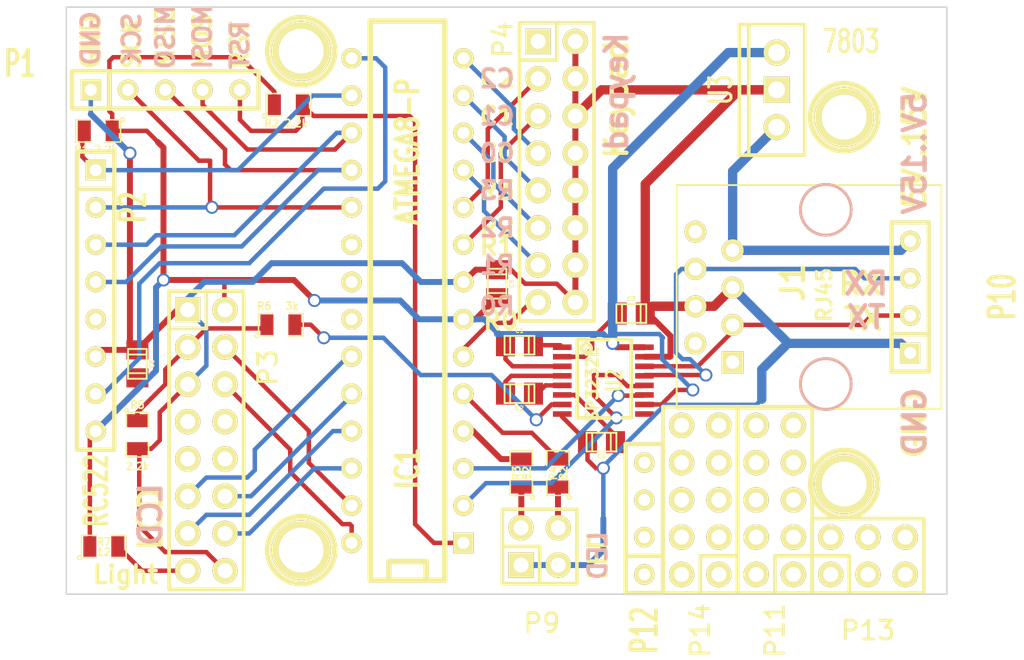
<source format=kicad_pcb>
(kicad_pcb (version 4) (host pcbnew "(2014-jul-16 BZR unknown)-product")

  (general
    (links 82)
    (no_connects 0)
    (area 119.949999 34.949999 180.050001 75.050001)
    (thickness 1.6)
    (drawings 43)
    (tracks 332)
    (zones 0)
    (modules 31)
    (nets 87)
  )

  (page A4)
  (layers
    (0 F.Cu signal)
    (31 B.Cu signal)
    (32 B.Adhes user)
    (33 F.Adhes user)
    (34 B.Paste user)
    (35 F.Paste user)
    (36 B.SilkS user hide)
    (37 F.SilkS user)
    (38 B.Mask user)
    (39 F.Mask user)
    (40 Dwgs.User user)
    (41 Cmts.User user)
    (42 Eco1.User user)
    (43 Eco2.User user)
    (44 Edge.Cuts user)
    (45 Margin user)
    (46 B.CrtYd user)
    (47 F.CrtYd user)
    (48 B.Fab user)
    (49 F.Fab user)
  )

  (setup
    (last_trace_width 0.635)
    (trace_clearance 0.2032)
    (zone_clearance 0.508)
    (zone_45_only no)
    (trace_min 0.254)
    (segment_width 0.2)
    (edge_width 0.1)
    (via_size 0.889)
    (via_drill 0.635)
    (via_min_size 0.889)
    (via_min_drill 0.508)
    (uvia_size 0.508)
    (uvia_drill 0.127)
    (uvias_allowed no)
    (uvia_min_size 0.508)
    (uvia_min_drill 0.127)
    (pcb_text_width 0.3)
    (pcb_text_size 1.5 1.5)
    (mod_edge_width 0.15)
    (mod_text_size 1 1)
    (mod_text_width 0.15)
    (pad_size 1.7272 1.7272)
    (pad_drill 1.016)
    (pad_to_mask_clearance 0)
    (aux_axis_origin 120 75)
    (visible_elements FFFFFF7F)
    (pcbplotparams
      (layerselection 0x00030_80000001)
      (usegerberextensions false)
      (excludeedgelayer true)
      (linewidth 0.100000)
      (plotframeref false)
      (viasonmask false)
      (mode 1)
      (useauxorigin false)
      (hpglpennumber 1)
      (hpglpenspeed 20)
      (hpglpendiameter 15)
      (hpglpenoverlay 2)
      (psnegative false)
      (psa4output false)
      (plotreference true)
      (plotvalue true)
      (plotinvisibletext false)
      (padsonsilk false)
      (subtractmaskfromsilk false)
      (outputformat 2)
      (mirror false)
      (drillshape 1)
      (scaleselection 1)
      (outputdirectory ""))
  )

  (net 0 "")
  (net 1 "Net-(C1-Pad1)")
  (net 2 "Net-(C1-Pad2)")
  (net 3 "Net-(C2-Pad1)")
  (net 4 "Net-(C2-Pad2)")
  (net 5 GND)
  (net 6 "Net-(C3-Pad2)")
  (net 7 "Net-(C4-Pad2)")
  (net 8 RX)
  (net 9 TX)
  (net 10 "Net-(IC1-Pad4)")
  (net 11 "Net-(IC1-Pad5)")
  (net 12 KROW-0)
  (net 13 +3.3V)
  (net 14 KCOL-1)
  (net 15 KCOL-2)
  (net 16 KROW-1)
  (net 17 KROW-2)
  (net 18 KROW-3)
  (net 19 KCOL-0)
  (net 20 "Net-(IC1-Pad1)")
  (net 21 MOSI)
  (net 22 MISO)
  (net 23 SCK)
  (net 24 "Net-(IC1-Pad20)")
  (net 25 "Net-(IC1-Pad21)")
  (net 26 "Net-(IC1-Pad22)")
  (net 27 LCD-D0)
  (net 28 LCD-D1)
  (net 29 LCD-D2)
  (net 30 LCD-D3)
  (net 31 LCD-RS)
  (net 32 LCD-EN)
  (net 33 "Net-(J1-Pad1)")
  (net 34 "Net-(J1-Pad2)")
  (net 35 +12V)
  (net 36 "Net-(J1-Pad8)")
  (net 37 "Net-(P3-Pad7)")
  (net 38 "Net-(P3-Pad8)")
  (net 39 "Net-(P3-Pad9)")
  (net 40 "Net-(P3-Pad10)")
  (net 41 "Net-(P3-Pad15)")
  (net 42 "Net-(U2-Pad9)")
  (net 43 "Net-(P4-Pad1)")
  (net 44 "Net-(P5-Pad1)")
  (net 45 "Net-(P6-Pad1)")
  (net 46 "Net-(P7-Pad1)")
  (net 47 "Net-(P8-Pad1)")
  (net 48 TX-ext)
  (net 49 RX-ext)
  (net 50 "Net-(P9-Pad2)")
  (net 51 "Net-(P9-Pad4)")
  (net 52 /RST-RFID)
  (net 53 /CS-RFID)
  (net 54 LCD-contr)
  (net 55 "Net-(P2-Pad5)")
  (net 56 "Net-(P3-Pad3)")
  (net 57 "Net-(P11-Pad1)")
  (net 58 "Net-(P11-Pad2)")
  (net 59 "Net-(P11-Pad3)")
  (net 60 "Net-(P11-Pad4)")
  (net 61 "Net-(P11-Pad5)")
  (net 62 "Net-(P11-Pad6)")
  (net 63 "Net-(P11-Pad7)")
  (net 64 "Net-(P11-Pad8)")
  (net 65 "Net-(P11-Pad9)")
  (net 66 "Net-(P11-Pad10)")
  (net 67 "Net-(P12-Pad1)")
  (net 68 "Net-(P12-Pad2)")
  (net 69 "Net-(P12-Pad3)")
  (net 70 "Net-(P12-Pad4)")
  (net 71 "Net-(P13-Pad1)")
  (net 72 "Net-(P13-Pad2)")
  (net 73 "Net-(P13-Pad3)")
  (net 74 "Net-(P13-Pad4)")
  (net 75 "Net-(P14-Pad1)")
  (net 76 "Net-(P14-Pad2)")
  (net 77 "Net-(P14-Pad3)")
  (net 78 "Net-(P14-Pad4)")
  (net 79 "Net-(P14-Pad5)")
  (net 80 "Net-(P14-Pad6)")
  (net 81 "Net-(P13-Pad5)")
  (net 82 "Net-(P13-Pad6)")
  (net 83 "Net-(P14-Pad7)")
  (net 84 "Net-(P14-Pad8)")
  (net 85 "Net-(P14-Pad9)")
  (net 86 "Net-(P14-Pad10)")

  (net_class Default "This is the default net class."
    (clearance 0.2032)
    (trace_width 0.635)
    (via_dia 0.889)
    (via_drill 0.635)
    (uvia_dia 0.508)
    (uvia_drill 0.127)
    (add_net +12V)
    (add_net +3.3V)
    (add_net /CS-RFID)
    (add_net /RST-RFID)
    (add_net GND)
    (add_net KCOL-0)
    (add_net KCOL-1)
    (add_net KCOL-2)
    (add_net KROW-0)
    (add_net KROW-1)
    (add_net KROW-2)
    (add_net KROW-3)
    (add_net LCD-D0)
    (add_net LCD-D1)
    (add_net LCD-D2)
    (add_net LCD-D3)
    (add_net LCD-EN)
    (add_net LCD-RS)
    (add_net LCD-contr)
    (add_net MISO)
    (add_net MOSI)
    (add_net "Net-(C1-Pad1)")
    (add_net "Net-(C1-Pad2)")
    (add_net "Net-(C2-Pad1)")
    (add_net "Net-(C2-Pad2)")
    (add_net "Net-(C3-Pad2)")
    (add_net "Net-(C4-Pad2)")
    (add_net "Net-(IC1-Pad1)")
    (add_net "Net-(IC1-Pad20)")
    (add_net "Net-(IC1-Pad21)")
    (add_net "Net-(IC1-Pad22)")
    (add_net "Net-(IC1-Pad4)")
    (add_net "Net-(IC1-Pad5)")
    (add_net "Net-(J1-Pad1)")
    (add_net "Net-(J1-Pad2)")
    (add_net "Net-(J1-Pad8)")
    (add_net "Net-(P11-Pad1)")
    (add_net "Net-(P11-Pad10)")
    (add_net "Net-(P11-Pad2)")
    (add_net "Net-(P11-Pad3)")
    (add_net "Net-(P11-Pad4)")
    (add_net "Net-(P11-Pad5)")
    (add_net "Net-(P11-Pad6)")
    (add_net "Net-(P11-Pad7)")
    (add_net "Net-(P11-Pad8)")
    (add_net "Net-(P11-Pad9)")
    (add_net "Net-(P12-Pad1)")
    (add_net "Net-(P12-Pad2)")
    (add_net "Net-(P12-Pad3)")
    (add_net "Net-(P12-Pad4)")
    (add_net "Net-(P13-Pad1)")
    (add_net "Net-(P13-Pad2)")
    (add_net "Net-(P13-Pad3)")
    (add_net "Net-(P13-Pad4)")
    (add_net "Net-(P13-Pad5)")
    (add_net "Net-(P13-Pad6)")
    (add_net "Net-(P14-Pad1)")
    (add_net "Net-(P14-Pad10)")
    (add_net "Net-(P14-Pad2)")
    (add_net "Net-(P14-Pad3)")
    (add_net "Net-(P14-Pad4)")
    (add_net "Net-(P14-Pad5)")
    (add_net "Net-(P14-Pad6)")
    (add_net "Net-(P14-Pad7)")
    (add_net "Net-(P14-Pad8)")
    (add_net "Net-(P14-Pad9)")
    (add_net "Net-(P2-Pad5)")
    (add_net "Net-(P3-Pad10)")
    (add_net "Net-(P3-Pad15)")
    (add_net "Net-(P3-Pad3)")
    (add_net "Net-(P3-Pad7)")
    (add_net "Net-(P3-Pad8)")
    (add_net "Net-(P3-Pad9)")
    (add_net "Net-(P4-Pad1)")
    (add_net "Net-(P5-Pad1)")
    (add_net "Net-(P6-Pad1)")
    (add_net "Net-(P7-Pad1)")
    (add_net "Net-(P8-Pad1)")
    (add_net "Net-(P9-Pad2)")
    (add_net "Net-(P9-Pad4)")
    (add_net "Net-(U2-Pad9)")
    (add_net RX)
    (add_net RX-ext)
    (add_net SCK)
    (add_net TX)
    (add_net TX-ext)
  )

  (net_class power ""
    (clearance 0.2032)
    (trace_width 0.4064)
    (via_dia 0.889)
    (via_drill 0.635)
    (uvia_dia 0.508)
    (uvia_drill 0.127)
  )

  (net_class thin ""
    (clearance 0.254)
    (trace_width 0.254)
    (via_dia 0.889)
    (via_drill 0.635)
    (uvia_dia 0.508)
    (uvia_drill 0.127)
  )

  (module Capacitors_SMD:c_0805 (layer F.Cu) (tedit 53ED6346) (tstamp 53EE116A)
    (at 150.876 58.039)
    (descr "SMT capacitor, 0805")
    (path /53EB8368)
    (fp_text reference C1 (at 0 -0.9906) (layer F.SilkS)
      (effects (font (size 0.29972 0.29972) (thickness 0.06096)))
    )
    (fp_text value C (at 0 0.9906) (layer F.SilkS) hide
      (effects (font (size 0.29972 0.29972) (thickness 0.06096)))
    )
    (fp_line (start 0.635 -0.635) (end 0.635 0.635) (layer F.SilkS) (width 0.127))
    (fp_line (start -0.635 -0.635) (end -0.635 0.6096) (layer F.SilkS) (width 0.127))
    (fp_line (start -1.016 -0.635) (end 1.016 -0.635) (layer F.SilkS) (width 0.127))
    (fp_line (start 1.016 -0.635) (end 1.016 0.635) (layer F.SilkS) (width 0.127))
    (fp_line (start 1.016 0.635) (end -1.016 0.635) (layer F.SilkS) (width 0.127))
    (fp_line (start -1.016 0.635) (end -1.016 -0.635) (layer F.SilkS) (width 0.127))
    (pad 1 smd rect (at 0.9525 0) (size 1.30048 1.4986) (layers F.Cu F.Paste F.Mask)
      (net 1 "Net-(C1-Pad1)"))
    (pad 2 smd rect (at -0.9525 0) (size 1.30048 1.4986) (layers F.Cu F.Paste F.Mask)
      (net 2 "Net-(C1-Pad2)"))
    (model smd/capacitors/c_0805.wrl
      (at (xyz 0 0 0))
      (scale (xyz 1 1 1))
      (rotate (xyz 0 0 0))
    )
  )

  (module Capacitors_SMD:c_0805 (layer F.Cu) (tedit 53ED6346) (tstamp 53EE1176)
    (at 150.876 61.341 180)
    (descr "SMT capacitor, 0805")
    (path /53EB837C)
    (fp_text reference C2 (at 0 -0.9906 180) (layer F.SilkS)
      (effects (font (size 0.29972 0.29972) (thickness 0.06096)))
    )
    (fp_text value C (at 0 0.9906 180) (layer F.SilkS) hide
      (effects (font (size 0.29972 0.29972) (thickness 0.06096)))
    )
    (fp_line (start 0.635 -0.635) (end 0.635 0.635) (layer F.SilkS) (width 0.127))
    (fp_line (start -0.635 -0.635) (end -0.635 0.6096) (layer F.SilkS) (width 0.127))
    (fp_line (start -1.016 -0.635) (end 1.016 -0.635) (layer F.SilkS) (width 0.127))
    (fp_line (start 1.016 -0.635) (end 1.016 0.635) (layer F.SilkS) (width 0.127))
    (fp_line (start 1.016 0.635) (end -1.016 0.635) (layer F.SilkS) (width 0.127))
    (fp_line (start -1.016 0.635) (end -1.016 -0.635) (layer F.SilkS) (width 0.127))
    (pad 1 smd rect (at 0.9525 0 180) (size 1.30048 1.4986) (layers F.Cu F.Paste F.Mask)
      (net 3 "Net-(C2-Pad1)"))
    (pad 2 smd rect (at -0.9525 0 180) (size 1.30048 1.4986) (layers F.Cu F.Paste F.Mask)
      (net 4 "Net-(C2-Pad2)"))
    (model smd/capacitors/c_0805.wrl
      (at (xyz 0 0 0))
      (scale (xyz 1 1 1))
      (rotate (xyz 0 0 0))
    )
  )

  (module Capacitors_SMD:c_0805 (layer F.Cu) (tedit 53ED6346) (tstamp 53EE1182)
    (at 158.496 55.88)
    (descr "SMT capacitor, 0805")
    (path /53EB8390)
    (fp_text reference C3 (at 0 -0.9906) (layer F.SilkS)
      (effects (font (size 0.29972 0.29972) (thickness 0.06096)))
    )
    (fp_text value C (at 0 0.9906) (layer F.SilkS) hide
      (effects (font (size 0.29972 0.29972) (thickness 0.06096)))
    )
    (fp_line (start 0.635 -0.635) (end 0.635 0.635) (layer F.SilkS) (width 0.127))
    (fp_line (start -0.635 -0.635) (end -0.635 0.6096) (layer F.SilkS) (width 0.127))
    (fp_line (start -1.016 -0.635) (end 1.016 -0.635) (layer F.SilkS) (width 0.127))
    (fp_line (start 1.016 -0.635) (end 1.016 0.635) (layer F.SilkS) (width 0.127))
    (fp_line (start 1.016 0.635) (end -1.016 0.635) (layer F.SilkS) (width 0.127))
    (fp_line (start -1.016 0.635) (end -1.016 -0.635) (layer F.SilkS) (width 0.127))
    (pad 1 smd rect (at 0.9525 0) (size 1.30048 1.4986) (layers F.Cu F.Paste F.Mask)
      (net 5 GND))
    (pad 2 smd rect (at -0.9525 0) (size 1.30048 1.4986) (layers F.Cu F.Paste F.Mask)
      (net 6 "Net-(C3-Pad2)"))
    (model smd/capacitors/c_0805.wrl
      (at (xyz 0 0 0))
      (scale (xyz 1 1 1))
      (rotate (xyz 0 0 0))
    )
  )

  (module Capacitors_SMD:c_0805 (layer F.Cu) (tedit 53ED6346) (tstamp 53EE118E)
    (at 156.464 64.643 180)
    (descr "SMT capacitor, 0805")
    (path /53EB83A4)
    (fp_text reference C4 (at 0 -0.9906 180) (layer F.SilkS)
      (effects (font (size 0.29972 0.29972) (thickness 0.06096)))
    )
    (fp_text value C (at 0 0.9906 180) (layer F.SilkS) hide
      (effects (font (size 0.29972 0.29972) (thickness 0.06096)))
    )
    (fp_line (start 0.635 -0.635) (end 0.635 0.635) (layer F.SilkS) (width 0.127))
    (fp_line (start -0.635 -0.635) (end -0.635 0.6096) (layer F.SilkS) (width 0.127))
    (fp_line (start -1.016 -0.635) (end 1.016 -0.635) (layer F.SilkS) (width 0.127))
    (fp_line (start 1.016 -0.635) (end 1.016 0.635) (layer F.SilkS) (width 0.127))
    (fp_line (start 1.016 0.635) (end -1.016 0.635) (layer F.SilkS) (width 0.127))
    (fp_line (start -1.016 0.635) (end -1.016 -0.635) (layer F.SilkS) (width 0.127))
    (pad 1 smd rect (at 0.9525 0 180) (size 1.30048 1.4986) (layers F.Cu F.Paste F.Mask)
      (net 5 GND))
    (pad 2 smd rect (at -0.9525 0 180) (size 1.30048 1.4986) (layers F.Cu F.Paste F.Mask)
      (net 7 "Net-(C4-Pad2)"))
    (model smd/capacitors/c_0805.wrl
      (at (xyz 0 0 0))
      (scale (xyz 1 1 1))
      (rotate (xyz 0 0 0))
    )
  )

  (module Sockets_DIP:DIP-28__300 (layer F.Cu) (tedit 53ED6346) (tstamp 53EE11B5)
    (at 143.25 55 90)
    (descr "28 pins DIL package, round pads, width 300mil")
    (tags DIL)
    (path /53EB84A5)
    (fp_text reference IC1 (at -11.43 0 90) (layer F.SilkS)
      (effects (font (size 1.524 1.143) (thickness 0.3048)))
    )
    (fp_text value ATMEGA8-P (at 10.16 0 90) (layer F.SilkS)
      (effects (font (size 1.524 1.143) (thickness 0.3048)))
    )
    (fp_line (start -19.05 -2.54) (end 19.05 -2.54) (layer F.SilkS) (width 0.381))
    (fp_line (start 19.05 -2.54) (end 19.05 2.54) (layer F.SilkS) (width 0.381))
    (fp_line (start 19.05 2.54) (end -19.05 2.54) (layer F.SilkS) (width 0.381))
    (fp_line (start -19.05 2.54) (end -19.05 -2.54) (layer F.SilkS) (width 0.381))
    (fp_line (start -19.05 -1.27) (end -17.78 -1.27) (layer F.SilkS) (width 0.381))
    (fp_line (start -17.78 -1.27) (end -17.78 1.27) (layer F.SilkS) (width 0.381))
    (fp_line (start -17.78 1.27) (end -19.05 1.27) (layer F.SilkS) (width 0.381))
    (pad 2 thru_hole circle (at -13.97 3.81 90) (size 1.397 1.397) (drill 0.8128) (layers *.Cu *.Mask F.SilkS)
      (net 8 RX))
    (pad 3 thru_hole circle (at -11.43 3.81 90) (size 1.397 1.397) (drill 0.8128) (layers *.Cu *.Mask F.SilkS)
      (net 9 TX))
    (pad 4 thru_hole circle (at -8.89 3.81 90) (size 1.397 1.397) (drill 0.8128) (layers *.Cu *.Mask F.SilkS)
      (net 10 "Net-(IC1-Pad4)"))
    (pad 5 thru_hole circle (at -6.35 3.81 90) (size 1.397 1.397) (drill 0.8128) (layers *.Cu *.Mask F.SilkS)
      (net 11 "Net-(IC1-Pad5)"))
    (pad 6 thru_hole circle (at -3.81 3.81 90) (size 1.397 1.397) (drill 0.8128) (layers *.Cu *.Mask F.SilkS)
      (net 12 KROW-0))
    (pad 7 thru_hole circle (at -1.27 3.81 90) (size 1.397 1.397) (drill 0.8128) (layers *.Cu *.Mask F.SilkS)
      (net 13 +3.3V))
    (pad 8 thru_hole circle (at 1.27 3.81 90) (size 1.397 1.397) (drill 0.8128) (layers *.Cu *.Mask F.SilkS)
      (net 5 GND))
    (pad 9 thru_hole circle (at 3.81 3.81 90) (size 1.397 1.397) (drill 0.8128) (layers *.Cu *.Mask F.SilkS)
      (net 14 KCOL-1))
    (pad 10 thru_hole circle (at 6.35 3.81 90) (size 1.397 1.397) (drill 0.8128) (layers *.Cu *.Mask F.SilkS)
      (net 15 KCOL-2))
    (pad 11 thru_hole circle (at 8.89 3.81 90) (size 1.397 1.397) (drill 0.8128) (layers *.Cu *.Mask F.SilkS)
      (net 16 KROW-1))
    (pad 12 thru_hole circle (at 11.43 3.81 90) (size 1.397 1.397) (drill 0.8128) (layers *.Cu *.Mask F.SilkS)
      (net 17 KROW-2))
    (pad 13 thru_hole circle (at 13.97 3.81 90) (size 1.397 1.397) (drill 0.8128) (layers *.Cu *.Mask F.SilkS)
      (net 18 KROW-3))
    (pad 14 thru_hole circle (at 16.51 3.81 90) (size 1.397 1.397) (drill 0.8128) (layers *.Cu *.Mask F.SilkS)
      (net 19 KCOL-0))
    (pad 1 thru_hole rect (at -16.51 3.81 90) (size 1.397 1.397) (drill 0.8128) (layers *.Cu *.Mask F.SilkS)
      (net 20 "Net-(IC1-Pad1)"))
    (pad 15 thru_hole circle (at 16.51 -3.81 90) (size 1.397 1.397) (drill 0.8128) (layers *.Cu *.Mask F.SilkS)
      (net 52 /RST-RFID))
    (pad 16 thru_hole circle (at 13.97 -3.81 90) (size 1.397 1.397) (drill 0.8128) (layers *.Cu *.Mask F.SilkS)
      (net 53 /CS-RFID))
    (pad 17 thru_hole circle (at 11.43 -3.81 90) (size 1.397 1.397) (drill 0.8128) (layers *.Cu *.Mask F.SilkS)
      (net 21 MOSI))
    (pad 18 thru_hole circle (at 8.89 -3.81 90) (size 1.397 1.397) (drill 0.8128) (layers *.Cu *.Mask F.SilkS)
      (net 22 MISO))
    (pad 19 thru_hole circle (at 6.35 -3.81 90) (size 1.397 1.397) (drill 0.8128) (layers *.Cu *.Mask F.SilkS)
      (net 23 SCK))
    (pad 20 thru_hole circle (at 3.81 -3.81 90) (size 1.397 1.397) (drill 0.8128) (layers *.Cu *.Mask F.SilkS)
      (net 24 "Net-(IC1-Pad20)"))
    (pad 21 thru_hole circle (at 1.27 -3.81 90) (size 1.397 1.397) (drill 0.8128) (layers *.Cu *.Mask F.SilkS)
      (net 25 "Net-(IC1-Pad21)"))
    (pad 22 thru_hole circle (at -1.27 -3.81 90) (size 1.397 1.397) (drill 0.8128) (layers *.Cu *.Mask F.SilkS)
      (net 26 "Net-(IC1-Pad22)"))
    (pad 23 thru_hole circle (at -3.81 -3.81 90) (size 1.397 1.397) (drill 0.8128) (layers *.Cu *.Mask F.SilkS)
      (net 27 LCD-D0))
    (pad 24 thru_hole circle (at -6.35 -3.81 90) (size 1.397 1.397) (drill 0.8128) (layers *.Cu *.Mask F.SilkS)
      (net 28 LCD-D1))
    (pad 25 thru_hole circle (at -8.89 -3.81 90) (size 1.397 1.397) (drill 0.8128) (layers *.Cu *.Mask F.SilkS)
      (net 29 LCD-D2))
    (pad 26 thru_hole circle (at -11.43 -3.81 90) (size 1.397 1.397) (drill 0.8128) (layers *.Cu *.Mask F.SilkS)
      (net 30 LCD-D3))
    (pad 27 thru_hole circle (at -13.97 -3.81 90) (size 1.397 1.397) (drill 0.8128) (layers *.Cu *.Mask F.SilkS)
      (net 31 LCD-RS))
    (pad 28 thru_hole circle (at -16.51 -3.81 90) (size 1.397 1.397) (drill 0.8128) (layers *.Cu *.Mask F.SilkS)
      (net 32 LCD-EN))
    (model dil/dil_28-w300.wrl
      (at (xyz 0 0 0))
      (scale (xyz 1 1 1))
      (rotate (xyz 0 0 0))
    )
  )

  (module Connect:RJ45_8 (layer F.Cu) (tedit 53EEF5FB) (tstamp 53EE11C7)
    (at 171.75 54.75 90)
    (tags RJ45)
    (path /53EB84C6)
    (fp_text reference J1 (at 1 -2.25 90) (layer F.SilkS)
      (effects (font (thickness 0.3048)))
    )
    (fp_text value RJ45 (at 0.14224 -0.1016 90) (layer F.SilkS)
      (effects (font (size 1.00076 1.00076) (thickness 0.2032)))
    )
    (fp_line (start -7.62 7.874) (end 7.62 7.874) (layer F.SilkS) (width 0.127))
    (fp_line (start 7.62 7.874) (end 7.62 -10.16) (layer F.SilkS) (width 0.127))
    (fp_line (start 7.62 -10.16) (end -7.62 -10.16) (layer F.SilkS) (width 0.127))
    (fp_line (start -7.62 -10.16) (end -7.62 7.874) (layer F.SilkS) (width 0.127))
    (pad Hole np_thru_hole circle (at 5.93852 0 90) (size 3.64998 3.64998) (drill 3.2512) (layers *.Cu *.SilkS *.Mask))
    (pad Hole np_thru_hole circle (at -5.9309 0 90) (size 3.64998 3.64998) (drill 3.2512) (layers *.Cu *.SilkS *.Mask))
    (pad 1 thru_hole rect (at -4.445 -6.35 90) (size 1.50114 1.50114) (drill 0.89916) (layers *.Cu *.Mask F.SilkS)
      (net 33 "Net-(J1-Pad1)"))
    (pad 2 thru_hole circle (at -3.175 -8.89 90) (size 1.50114 1.50114) (drill 0.89916) (layers *.Cu *.Mask F.SilkS)
      (net 34 "Net-(J1-Pad2)"))
    (pad 3 thru_hole circle (at -1.905 -6.35 90) (size 1.50114 1.50114) (drill 0.89916) (layers *.Cu *.Mask F.SilkS)
      (net 48 TX-ext))
    (pad 4 thru_hole circle (at -0.635 -8.89 90) (size 1.50114 1.50114) (drill 0.89916) (layers *.Cu *.Mask F.SilkS)
      (net 5 GND))
    (pad 5 thru_hole circle (at 0.635 -6.35 90) (size 1.50114 1.50114) (drill 0.89916) (layers *.Cu *.Mask F.SilkS)
      (net 5 GND))
    (pad 6 thru_hole circle (at 1.905 -8.89 90) (size 1.50114 1.50114) (drill 0.89916) (layers *.Cu *.Mask F.SilkS)
      (net 49 RX-ext))
    (pad 7 thru_hole circle (at 3.175 -6.35 90) (size 1.50114 1.50114) (drill 0.89916) (layers *.Cu *.Mask F.SilkS)
      (net 35 +12V))
    (pad 8 thru_hole circle (at 4.445 -8.89 90) (size 1.50114 1.50114) (drill 0.89916) (layers *.Cu *.Mask F.SilkS)
      (net 36 "Net-(J1-Pad8)"))
    (model Connectors/RJ45_8.wrl
      (at (xyz 0 0 0))
      (scale (xyz 0.4 0.4 0.4))
      (rotate (xyz 0 0 0))
    )
  )

  (module Connect:SIL-5 (layer F.Cu) (tedit 53F02386) (tstamp 53EE11D5)
    (at 128.016 40.64)
    (descr "Connecteur 5 pins")
    (tags "CONN DEV")
    (path /53ECE73B)
    (fp_text reference P1 (at -11.176 -1.778) (layer F.SilkS)
      (effects (font (size 1.72974 1.08712) (thickness 0.3048)))
    )
    (fp_text value Prog (at 0 -2.54) (layer F.SilkS) hide
      (effects (font (size 1.524 1.016) (thickness 0.3048)))
    )
    (fp_line (start -7.62 1.27) (end -7.62 -1.27) (layer F.SilkS) (width 0.3048))
    (fp_line (start -7.62 -1.27) (end 5.08 -1.27) (layer F.SilkS) (width 0.3048))
    (fp_line (start 5.08 -1.27) (end 5.08 1.27) (layer F.SilkS) (width 0.3048))
    (fp_line (start 5.08 1.27) (end -7.62 1.27) (layer F.SilkS) (width 0.3048))
    (fp_line (start -5.08 1.27) (end -5.08 -1.27) (layer F.SilkS) (width 0.3048))
    (pad 1 thru_hole rect (at -6.35 0) (size 1.397 1.397) (drill 0.8128) (layers *.Cu *.Mask F.SilkS)
      (net 5 GND))
    (pad 2 thru_hole circle (at -3.81 0) (size 1.397 1.397) (drill 0.8128) (layers *.Cu *.Mask F.SilkS)
      (net 23 SCK))
    (pad 3 thru_hole circle (at -1.27 0) (size 1.397 1.397) (drill 0.8128) (layers *.Cu *.Mask F.SilkS)
      (net 22 MISO))
    (pad 4 thru_hole circle (at 1.27 0) (size 1.397 1.397) (drill 0.8128) (layers *.Cu *.Mask F.SilkS)
      (net 21 MOSI))
    (pad 5 thru_hole circle (at 3.81 0) (size 1.397 1.397) (drill 0.8128) (layers *.Cu *.Mask F.SilkS)
      (net 20 "Net-(IC1-Pad1)"))
  )

  (module Connect:SIL-8 (layer F.Cu) (tedit 53F018DF) (tstamp 53EE11E6)
    (at 122 55 270)
    (descr "Connecteur 8 pins")
    (tags "CONN DEV")
    (path /53EB87E0)
    (fp_text reference P2 (at -6.35 -2.54 270) (layer F.SilkS)
      (effects (font (size 1.72974 1.08712) (thickness 0.3048)))
    )
    (fp_text value RC522 (at 12.945 -0.047 270) (layer F.SilkS)
      (effects (font (size 1.524 1.016) (thickness 0.3048)))
    )
    (fp_line (start -10.16 -1.27) (end 10.16 -1.27) (layer F.SilkS) (width 0.3048))
    (fp_line (start 10.16 -1.27) (end 10.16 1.27) (layer F.SilkS) (width 0.3048))
    (fp_line (start 10.16 1.27) (end -10.16 1.27) (layer F.SilkS) (width 0.3048))
    (fp_line (start -10.16 1.27) (end -10.16 -1.27) (layer F.SilkS) (width 0.3048))
    (fp_line (start -7.62 1.27) (end -7.62 -1.27) (layer F.SilkS) (width 0.3048))
    (pad 1 thru_hole rect (at -8.89 0 270) (size 1.397 1.397) (drill 0.8128) (layers *.Cu *.Mask F.SilkS)
      (net 53 /CS-RFID))
    (pad 2 thru_hole circle (at -6.35 0 270) (size 1.397 1.397) (drill 0.8128) (layers *.Cu *.Mask F.SilkS)
      (net 23 SCK))
    (pad 3 thru_hole circle (at -3.81 0 270) (size 1.397 1.397) (drill 0.8128) (layers *.Cu *.Mask F.SilkS)
      (net 21 MOSI))
    (pad 4 thru_hole circle (at -1.27 0 270) (size 1.397 1.397) (drill 0.8128) (layers *.Cu *.Mask F.SilkS)
      (net 22 MISO))
    (pad 5 thru_hole circle (at 1.27 0 270) (size 1.397 1.397) (drill 0.8128) (layers *.Cu *.Mask F.SilkS)
      (net 55 "Net-(P2-Pad5)"))
    (pad 6 thru_hole circle (at 3.81 0 270) (size 1.397 1.397) (drill 0.8128) (layers *.Cu *.Mask F.SilkS)
      (net 5 GND))
    (pad 7 thru_hole circle (at 6.35 0 270) (size 1.397 1.397) (drill 0.8128) (layers *.Cu *.Mask F.SilkS)
      (net 52 /RST-RFID))
    (pad 8 thru_hole circle (at 8.89 0 270) (size 1.397 1.397) (drill 0.8128) (layers *.Cu *.Mask F.SilkS)
      (net 13 +3.3V))
  )

  (module Pin_Headers:Pin_Header_Straight_2x08 (layer F.Cu) (tedit 53F01906) (tstamp 53EE1202)
    (at 129.54 64.516 270)
    (descr "1 pin")
    (tags "CONN DEV")
    (path /53EB8E37)
    (fp_text reference P3 (at -4.953 -4.191 270) (layer F.SilkS)
      (effects (font (size 1.27 1.27) (thickness 0.2032)))
    )
    (fp_text value LCD (at 0 0 270) (layer F.SilkS) hide
      (effects (font (size 1.27 1.27) (thickness 0.2032)))
    )
    (fp_line (start 10.16 -2.54) (end -10.16 -2.54) (layer F.SilkS) (width 0.254))
    (fp_line (start -7.62 2.54) (end 10.16 2.54) (layer F.SilkS) (width 0.254))
    (fp_line (start 10.16 -2.54) (end 10.16 2.54) (layer F.SilkS) (width 0.254))
    (fp_line (start -10.16 -2.54) (end -10.16 0) (layer F.SilkS) (width 0.254))
    (fp_line (start -10.16 2.54) (end -7.62 2.54) (layer F.SilkS) (width 0.254))
    (fp_line (start -10.16 0) (end -7.62 0) (layer F.SilkS) (width 0.254))
    (fp_line (start -7.62 0) (end -7.62 2.54) (layer F.SilkS) (width 0.254))
    (fp_line (start -10.16 2.54) (end -10.16 0) (layer F.SilkS) (width 0.254))
    (pad 1 thru_hole rect (at -8.89 1.27 270) (size 1.7272 1.7272) (drill 1.016) (layers *.Cu *.Mask F.SilkS)
      (net 5 GND))
    (pad 2 thru_hole oval (at -8.89 -1.27 270) (size 1.7272 1.7272) (drill 1.016) (layers *.Cu *.Mask F.SilkS)
      (net 13 +3.3V))
    (pad 3 thru_hole oval (at -6.35 1.27 270) (size 1.7272 1.7272) (drill 1.016) (layers *.Cu *.Mask F.SilkS)
      (net 56 "Net-(P3-Pad3)"))
    (pad 4 thru_hole oval (at -6.35 -1.27 270) (size 1.7272 1.7272) (drill 1.016) (layers *.Cu *.Mask F.SilkS)
      (net 31 LCD-RS))
    (pad 5 thru_hole oval (at -3.81 1.27 270) (size 1.7272 1.7272) (drill 1.016) (layers *.Cu *.Mask F.SilkS)
      (net 5 GND))
    (pad 6 thru_hole oval (at -3.81 -1.27 270) (size 1.7272 1.7272) (drill 1.016) (layers *.Cu *.Mask F.SilkS)
      (net 32 LCD-EN))
    (pad 7 thru_hole oval (at -1.27 1.27 270) (size 1.7272 1.7272) (drill 1.016) (layers *.Cu *.Mask F.SilkS)
      (net 37 "Net-(P3-Pad7)"))
    (pad 8 thru_hole oval (at -1.27 -1.27 270) (size 1.7272 1.7272) (drill 1.016) (layers *.Cu *.Mask F.SilkS)
      (net 38 "Net-(P3-Pad8)"))
    (pad 9 thru_hole oval (at 1.27 1.27 270) (size 1.7272 1.7272) (drill 1.016) (layers *.Cu *.Mask F.SilkS)
      (net 39 "Net-(P3-Pad9)"))
    (pad 10 thru_hole oval (at 1.27 -1.27 270) (size 1.7272 1.7272) (drill 1.016) (layers *.Cu *.Mask F.SilkS)
      (net 40 "Net-(P3-Pad10)"))
    (pad 11 thru_hole oval (at 3.81 1.27 270) (size 1.7272 1.7272) (drill 1.016) (layers *.Cu *.Mask F.SilkS)
      (net 27 LCD-D0))
    (pad 12 thru_hole oval (at 3.81 -1.27 270) (size 1.7272 1.7272) (drill 1.016) (layers *.Cu *.Mask F.SilkS)
      (net 28 LCD-D1))
    (pad 13 thru_hole oval (at 6.35 1.27 270) (size 1.7272 1.7272) (drill 1.016) (layers *.Cu *.Mask F.SilkS)
      (net 29 LCD-D2))
    (pad 14 thru_hole oval (at 6.35 -1.27 270) (size 1.7272 1.7272) (drill 1.016) (layers *.Cu *.Mask F.SilkS)
      (net 30 LCD-D3))
    (pad 15 thru_hole oval (at 8.89 1.27 270) (size 1.7272 1.7272) (drill 1.016) (layers *.Cu *.Mask F.SilkS)
      (net 41 "Net-(P3-Pad15)"))
    (pad 16 thru_hole oval (at 8.89 -1.27 270) (size 1.7272 1.7272) (drill 1.016) (layers *.Cu *.Mask F.SilkS)
      (net 5 GND))
    (model Pin_Headers/Pin_Header_Straight_2x08.wrl
      (at (xyz 0 0 0))
      (scale (xyz 1 1 1))
      (rotate (xyz 0 0 0))
    )
  )

  (module Pin_Headers:Pin_Header_Straight_2x08 (layer F.Cu) (tedit 53F01942) (tstamp 53EE121E)
    (at 153.416 46.228 270)
    (descr "1 pin")
    (tags "CONN DEV")
    (path /53EB8E91)
    (fp_text reference P4 (at -9.017 3.683 270) (layer F.SilkS)
      (effects (font (size 1.27 1.27) (thickness 0.2032)))
    )
    (fp_text value Keypad (at 0 0 270) (layer F.SilkS) hide
      (effects (font (size 1.27 1.27) (thickness 0.2032)))
    )
    (fp_line (start 10.16 -2.54) (end -10.16 -2.54) (layer F.SilkS) (width 0.254))
    (fp_line (start -7.62 2.54) (end 10.16 2.54) (layer F.SilkS) (width 0.254))
    (fp_line (start 10.16 -2.54) (end 10.16 2.54) (layer F.SilkS) (width 0.254))
    (fp_line (start -10.16 -2.54) (end -10.16 0) (layer F.SilkS) (width 0.254))
    (fp_line (start -10.16 2.54) (end -7.62 2.54) (layer F.SilkS) (width 0.254))
    (fp_line (start -10.16 0) (end -7.62 0) (layer F.SilkS) (width 0.254))
    (fp_line (start -7.62 0) (end -7.62 2.54) (layer F.SilkS) (width 0.254))
    (fp_line (start -10.16 2.54) (end -10.16 0) (layer F.SilkS) (width 0.254))
    (pad 1 thru_hole rect (at -8.89 1.27 270) (size 1.7272 1.7272) (drill 1.016) (layers *.Cu *.Mask F.SilkS)
      (net 43 "Net-(P4-Pad1)"))
    (pad 2 thru_hole oval (at -8.89 -1.27 270) (size 1.7272 1.7272) (drill 1.016) (layers *.Cu *.Mask F.SilkS)
      (net 5 GND))
    (pad 3 thru_hole oval (at -6.35 1.27 270) (size 1.7272 1.7272) (drill 1.016) (layers *.Cu *.Mask F.SilkS)
      (net 15 KCOL-2))
    (pad 4 thru_hole oval (at -6.35 -1.27 270) (size 1.7272 1.7272) (drill 1.016) (layers *.Cu *.Mask F.SilkS)
      (net 5 GND))
    (pad 5 thru_hole oval (at -3.81 1.27 270) (size 1.7272 1.7272) (drill 1.016) (layers *.Cu *.Mask F.SilkS)
      (net 14 KCOL-1))
    (pad 6 thru_hole oval (at -3.81 -1.27 270) (size 1.7272 1.7272) (drill 1.016) (layers *.Cu *.Mask F.SilkS)
      (net 5 GND))
    (pad 7 thru_hole oval (at -1.27 1.27 270) (size 1.7272 1.7272) (drill 1.016) (layers *.Cu *.Mask F.SilkS)
      (net 19 KCOL-0))
    (pad 8 thru_hole oval (at -1.27 -1.27 270) (size 1.7272 1.7272) (drill 1.016) (layers *.Cu *.Mask F.SilkS)
      (net 5 GND))
    (pad 9 thru_hole oval (at 1.27 1.27 270) (size 1.7272 1.7272) (drill 1.016) (layers *.Cu *.Mask F.SilkS)
      (net 18 KROW-3))
    (pad 10 thru_hole oval (at 1.27 -1.27 270) (size 1.7272 1.7272) (drill 1.016) (layers *.Cu *.Mask F.SilkS)
      (net 5 GND))
    (pad 11 thru_hole oval (at 3.81 1.27 270) (size 1.7272 1.7272) (drill 1.016) (layers *.Cu *.Mask F.SilkS)
      (net 17 KROW-2))
    (pad 12 thru_hole oval (at 3.81 -1.27 270) (size 1.7272 1.7272) (drill 1.016) (layers *.Cu *.Mask F.SilkS)
      (net 5 GND))
    (pad 13 thru_hole oval (at 6.35 1.27 270) (size 1.7272 1.7272) (drill 1.016) (layers *.Cu *.Mask F.SilkS)
      (net 16 KROW-1))
    (pad 14 thru_hole oval (at 6.35 -1.27 270) (size 1.7272 1.7272) (drill 1.016) (layers *.Cu *.Mask F.SilkS)
      (net 5 GND))
    (pad 15 thru_hole oval (at 8.89 1.27 270) (size 1.7272 1.7272) (drill 1.016) (layers *.Cu *.Mask F.SilkS)
      (net 12 KROW-0))
    (pad 16 thru_hole oval (at 8.89 -1.27 270) (size 1.7272 1.7272) (drill 1.016) (layers *.Cu *.Mask F.SilkS)
      (net 5 GND))
    (model Pin_Headers/Pin_Header_Straight_2x08.wrl
      (at (xyz 0 0 0))
      (scale (xyz 1 1 1))
      (rotate (xyz 0 0 0))
    )
  )

  (module SMD_Packages:SMD-0805 (layer F.Cu) (tedit 53EFA503) (tstamp 53EE122B)
    (at 122.174 43.434 180)
    (path /53ECE910)
    (attr smd)
    (fp_text reference R1 (at 1.143 -1.27 180) (layer F.SilkS)
      (effects (font (size 0.50038 0.50038) (thickness 0.10922)))
    )
    (fp_text value 2.2k (at -0.508 -1.27 180) (layer F.SilkS)
      (effects (font (size 0.50038 0.50038) (thickness 0.10922)))
    )
    (fp_circle (center -1.651 0.762) (end -1.651 0.635) (layer F.SilkS) (width 0.09906))
    (fp_line (start -0.508 0.762) (end -1.524 0.762) (layer F.SilkS) (width 0.09906))
    (fp_line (start -1.524 0.762) (end -1.524 -0.762) (layer F.SilkS) (width 0.09906))
    (fp_line (start -1.524 -0.762) (end -0.508 -0.762) (layer F.SilkS) (width 0.09906))
    (fp_line (start 0.508 -0.762) (end 1.524 -0.762) (layer F.SilkS) (width 0.09906))
    (fp_line (start 1.524 -0.762) (end 1.524 0.762) (layer F.SilkS) (width 0.09906))
    (fp_line (start 1.524 0.762) (end 0.508 0.762) (layer F.SilkS) (width 0.09906))
    (pad 1 smd rect (at -0.9525 0 180) (size 0.889 1.397) (layers F.Cu F.Paste F.Mask)
      (net 13 +3.3V))
    (pad 2 smd rect (at 0.9525 0 180) (size 0.889 1.397) (layers F.Cu F.Paste F.Mask)
      (net 53 /CS-RFID))
    (model smd/chip_cms.wrl
      (at (xyz 0 0 0))
      (scale (xyz 0.1 0.1 0.1))
      (rotate (xyz 0 0 0))
    )
  )

  (module SMD_Packages:TSSOP-16 (layer F.Cu) (tedit 53ED6346) (tstamp 53EE124B)
    (at 156.591 60.452 270)
    (path /53EB8217)
    (attr smd)
    (fp_text reference U2 (at 0 -0.7493 270) (layer F.SilkS)
      (effects (font (size 1.016 0.762) (thickness 0.1905)))
    )
    (fp_text value SP3232E (at 0.24892 0.7493 270) (layer F.SilkS)
      (effects (font (size 0.762 0.762) (thickness 0.1905)))
    )
    (fp_line (start -2.794 -1.905) (end 2.54 -1.905) (layer F.SilkS) (width 0.254))
    (fp_line (start 2.54 -1.905) (end 2.54 1.778) (layer F.SilkS) (width 0.254))
    (fp_line (start 2.54 1.778) (end -2.794 1.778) (layer F.SilkS) (width 0.254))
    (fp_line (start -2.794 1.778) (end -2.794 -1.905) (layer F.SilkS) (width 0.254))
    (fp_circle (center -2.20218 1.15824) (end -2.40538 1.41224) (layer F.SilkS) (width 0.254))
    (pad 1 smd rect (at -2.27584 2.79908 270) (size 0.381 1.27) (layers F.Cu F.Paste F.Mask)
      (net 1 "Net-(C1-Pad1)"))
    (pad 2 smd rect (at -1.6256 2.79908 270) (size 0.381 1.27) (layers F.Cu F.Paste F.Mask)
      (net 6 "Net-(C3-Pad2)"))
    (pad 3 smd rect (at -0.97536 2.79908 270) (size 0.381 1.27) (layers F.Cu F.Paste F.Mask)
      (net 2 "Net-(C1-Pad2)"))
    (pad 4 smd rect (at -0.32512 2.79908 270) (size 0.381 1.27) (layers F.Cu F.Paste F.Mask)
      (net 3 "Net-(C2-Pad1)"))
    (pad 5 smd rect (at 0.32512 2.79908 270) (size 0.381 1.27) (layers F.Cu F.Paste F.Mask)
      (net 4 "Net-(C2-Pad2)"))
    (pad 6 smd rect (at 0.97536 2.79908 270) (size 0.381 1.27) (layers F.Cu F.Paste F.Mask)
      (net 7 "Net-(C4-Pad2)"))
    (pad 7 smd rect (at 1.6256 2.79908 270) (size 0.381 1.27) (layers F.Cu F.Paste F.Mask)
      (net 54 LCD-contr))
    (pad 8 smd rect (at 2.27584 2.79908 270) (size 0.381 1.27) (layers F.Cu F.Paste F.Mask)
      (net 5 GND))
    (pad 9 smd rect (at 2.27584 -2.79908 270) (size 0.381 1.27) (layers F.Cu F.Paste F.Mask)
      (net 42 "Net-(U2-Pad9)"))
    (pad 10 smd rect (at 1.6256 -2.79908 270) (size 0.381 1.27) (layers F.Cu F.Paste F.Mask)
      (net 13 +3.3V))
    (pad 11 smd rect (at 0.97536 -2.79908 270) (size 0.381 1.27) (layers F.Cu F.Paste F.Mask)
      (net 9 TX))
    (pad 12 smd rect (at 0.32512 -2.79908 270) (size 0.381 1.27) (layers F.Cu F.Paste F.Mask)
      (net 8 RX))
    (pad 13 smd rect (at -0.32512 -2.79908 270) (size 0.381 1.27) (layers F.Cu F.Paste F.Mask)
      (net 49 RX-ext))
    (pad 14 smd rect (at -0.97536 -2.79908 270) (size 0.381 1.27) (layers F.Cu F.Paste F.Mask)
      (net 48 TX-ext))
    (pad 15 smd rect (at -1.6256 -2.79908 270) (size 0.381 1.27) (layers F.Cu F.Paste F.Mask)
      (net 5 GND))
    (pad 16 smd rect (at -2.27584 -2.79908 270) (size 0.381 1.27) (layers F.Cu F.Paste F.Mask)
      (net 13 +3.3V))
    (model smd\smd_dil\tssop-16.wrl
      (at (xyz 0 0 0))
      (scale (xyz 1 1 1))
      (rotate (xyz 0 0 0))
    )
  )

  (module Discret:LM78XXV (layer F.Cu) (tedit 53F03376) (tstamp 53EE1252)
    (at 168.402 40.64 180)
    (descr "Regulateur TO220 serie LM78xx")
    (tags "TR TO220")
    (path /53EB87F5)
    (fp_text reference U3 (at 3.81 0 270) (layer F.SilkS)
      (effects (font (size 1.524 1.016) (thickness 0.2032)))
    )
    (fp_text value 7803 (at -5.08 3.302 360) (layer F.SilkS)
      (effects (font (size 1.524 1.016) (thickness 0.2032)))
    )
    (fp_line (start 1.905 -4.445) (end 2.54 -4.445) (layer F.SilkS) (width 0.254))
    (fp_line (start 2.54 -4.445) (end 2.54 4.445) (layer F.SilkS) (width 0.254))
    (fp_line (start 2.54 4.445) (end 1.905 4.445) (layer F.SilkS) (width 0.254))
    (fp_line (start -1.905 -4.445) (end 1.905 -4.445) (layer F.SilkS) (width 0.254))
    (fp_line (start 1.905 -4.445) (end 1.905 4.445) (layer F.SilkS) (width 0.254))
    (fp_line (start 1.905 4.445) (end -1.905 4.445) (layer F.SilkS) (width 0.254))
    (fp_line (start -1.905 4.445) (end -1.905 -4.445) (layer F.SilkS) (width 0.254))
    (pad VI thru_hole circle (at 0 -2.54 180) (size 1.778 1.778) (drill 1.143) (layers *.Cu *.Mask F.SilkS)
      (net 35 +12V))
    (pad GND thru_hole rect (at 0 0 180) (size 1.778 1.778) (drill 1.143) (layers *.Cu *.Mask F.SilkS)
      (net 5 GND))
    (pad VO thru_hole circle (at 0 2.54 180) (size 1.778 1.778) (drill 1.143) (layers *.Cu *.Mask F.SilkS)
      (net 13 +3.3V))
  )

  (module Connect:1pin (layer F.Cu) (tedit 53EEF615) (tstamp 53EED98F)
    (at 136 38)
    (descr "module 1 pin (ou trou mecanique de percage)")
    (tags DEV)
    (path /53EED866)
    (fp_text reference P5 (at 0 -0.25) (layer F.SilkS)
      (effects (font (size 1.016 1.016) (thickness 0.254)))
    )
    (fp_text value CONN_1 (at 0 2.794) (layer F.SilkS) hide
      (effects (font (size 1.016 1.016) (thickness 0.254)))
    )
    (fp_circle (center 0 0) (end 0 -2.286) (layer F.SilkS) (width 0.381))
    (pad 1 thru_hole circle (at 0 0) (size 4.064 4.064) (drill 3.048) (layers *.Cu *.Mask F.SilkS)
      (net 44 "Net-(P5-Pad1)"))
  )

  (module Connect:1pin (layer F.Cu) (tedit 53EEF611) (tstamp 53EED988)
    (at 136 72)
    (descr "module 1 pin (ou trou mecanique de percage)")
    (tags DEV)
    (path /53EED967)
    (fp_text reference P6 (at 0.25 0) (layer F.SilkS)
      (effects (font (size 1.016 1.016) (thickness 0.254)))
    )
    (fp_text value CONN_1 (at 0 2.794) (layer F.SilkS) hide
      (effects (font (size 1.016 1.016) (thickness 0.254)))
    )
    (fp_circle (center 0 0) (end 0 -2.286) (layer F.SilkS) (width 0.381))
    (pad 1 thru_hole circle (at 0 0) (size 4.064 4.064) (drill 3.048) (layers *.Cu *.Mask F.SilkS)
      (net 45 "Net-(P6-Pad1)"))
  )

  (module Connect:1pin (layer F.Cu) (tedit 53EEF60E) (tstamp 53EED756)
    (at 173 67.5)
    (descr "module 1 pin (ou trou mecanique de percage)")
    (tags DEV)
    (path /53EED98B)
    (fp_text reference P7 (at 0 0) (layer F.SilkS)
      (effects (font (size 1.016 1.016) (thickness 0.254)))
    )
    (fp_text value CONN_1 (at 0 2.794) (layer F.SilkS) hide
      (effects (font (size 1.016 1.016) (thickness 0.254)))
    )
    (fp_circle (center 0 0) (end 0 -2.286) (layer F.SilkS) (width 0.381))
    (pad 1 thru_hole circle (at 0 0) (size 4.064 4.064) (drill 3.048) (layers *.Cu *.Mask F.SilkS)
      (net 46 "Net-(P7-Pad1)"))
  )

  (module Connect:1pin (layer F.Cu) (tedit 53EEF60B) (tstamp 53EED75B)
    (at 173 42.5)
    (descr "module 1 pin (ou trou mecanique de percage)")
    (tags DEV)
    (path /53EED9B0)
    (fp_text reference P8 (at 0 0) (layer F.SilkS)
      (effects (font (size 1.016 1.016) (thickness 0.254)))
    )
    (fp_text value CONN_1 (at 0 2.794) (layer F.SilkS) hide
      (effects (font (size 1.016 1.016) (thickness 0.254)))
    )
    (fp_circle (center 0 0) (end 0 -2.286) (layer F.SilkS) (width 0.381))
    (pad 1 thru_hole circle (at 0 0) (size 4.064 4.064) (drill 3.048) (layers *.Cu *.Mask F.SilkS)
      (net 47 "Net-(P8-Pad1)"))
  )

  (module Pin_Headers:Pin_Header_Straight_2x02 (layer F.Cu) (tedit 53F02675) (tstamp 53EEF56E)
    (at 152.25 71.75)
    (descr "1 pin")
    (tags "CONN DEV")
    (path /53EEFB2F)
    (fp_text reference P9 (at 0.15 5.212) (layer F.SilkS)
      (effects (font (size 1.27 1.27) (thickness 0.2032)))
    )
    (fp_text value CONN_2X2 (at 0 0) (layer F.SilkS) hide
      (effects (font (size 1.27 1.27) (thickness 0.2032)))
    )
    (fp_line (start -2.54 0) (end -2.54 2.54) (layer F.SilkS) (width 0.254))
    (fp_line (start -2.54 2.54) (end 0 2.54) (layer F.SilkS) (width 0.254))
    (fp_line (start 0 2.54) (end 0 0) (layer F.SilkS) (width 0.254))
    (fp_line (start 0 0) (end -2.54 0) (layer F.SilkS) (width 0.254))
    (fp_line (start -2.54 0) (end -2.54 -2.54) (layer F.SilkS) (width 0.254))
    (fp_line (start -2.54 -2.54) (end 2.54 -2.54) (layer F.SilkS) (width 0.254))
    (fp_line (start 2.54 -2.54) (end 2.54 2.54) (layer F.SilkS) (width 0.254))
    (fp_line (start 2.54 2.54) (end 0 2.54) (layer F.SilkS) (width 0.254))
    (pad 1 thru_hole rect (at -1.27 1.27) (size 1.7272 1.7272) (drill 1.016) (layers *.Cu *.Mask F.SilkS)
      (net 5 GND))
    (pad 2 thru_hole oval (at -1.27 -1.27) (size 1.7272 1.7272) (drill 1.016) (layers *.Cu *.Mask F.SilkS)
      (net 50 "Net-(P9-Pad2)"))
    (pad 3 thru_hole oval (at 1.27 1.27) (size 1.7272 1.7272) (drill 1.016) (layers *.Cu *.Mask F.SilkS)
      (net 5 GND))
    (pad 4 thru_hole oval (at 1.27 -1.27) (size 1.7272 1.7272) (drill 1.016) (layers *.Cu *.Mask F.SilkS)
      (net 51 "Net-(P9-Pad4)"))
    (model Pin_Headers/Pin_Header_Straight_2x02.wrl
      (at (xyz 0 0 0))
      (scale (xyz 1 1 1))
      (rotate (xyz 0 0 0))
    )
  )

  (module Connect:SIL-4 (layer F.Cu) (tedit 53F01C14) (tstamp 53EEF57D)
    (at 177.5 54.75 90)
    (descr "Connecteur 4 pibs")
    (tags "CONN DEV")
    (path /53EF039A)
    (fp_text reference P10 (at 0.013 6.269 90) (layer F.SilkS)
      (effects (font (size 1.73482 1.08712) (thickness 0.3048)))
    )
    (fp_text value CONN_4 (at 0 -2.54 90) (layer F.SilkS) hide
      (effects (font (size 1.524 1.016) (thickness 0.3048)))
    )
    (fp_line (start -5.08 -1.27) (end -5.08 -1.27) (layer F.SilkS) (width 0.3048))
    (fp_line (start -5.08 1.27) (end -5.08 -1.27) (layer F.SilkS) (width 0.3048))
    (fp_line (start -5.08 -1.27) (end -5.08 -1.27) (layer F.SilkS) (width 0.3048))
    (fp_line (start -5.08 -1.27) (end 5.08 -1.27) (layer F.SilkS) (width 0.3048))
    (fp_line (start 5.08 -1.27) (end 5.08 1.27) (layer F.SilkS) (width 0.3048))
    (fp_line (start 5.08 1.27) (end -5.08 1.27) (layer F.SilkS) (width 0.3048))
    (fp_line (start -2.54 1.27) (end -2.54 -1.27) (layer F.SilkS) (width 0.3048))
    (pad 1 thru_hole rect (at -3.81 0 90) (size 1.397 1.397) (drill 0.8128) (layers *.Cu *.Mask F.SilkS)
      (net 5 GND))
    (pad 2 thru_hole circle (at -1.27 0 90) (size 1.397 1.397) (drill 0.8128) (layers *.Cu *.Mask F.SilkS)
      (net 48 TX-ext))
    (pad 3 thru_hole circle (at 1.27 0 90) (size 1.397 1.397) (drill 0.8128) (layers *.Cu *.Mask F.SilkS)
      (net 49 RX-ext))
    (pad 4 thru_hole circle (at 3.81 0 90) (size 1.397 1.397) (drill 0.8128) (layers *.Cu *.Mask F.SilkS)
      (net 35 +12V))
  )

  (module SMD_Packages:SM0805 (layer F.Cu) (tedit 53EFA4F9) (tstamp 53EEF58A)
    (at 135.128 41.656)
    (path /53EEF5F7)
    (attr smd)
    (fp_text reference R2 (at -1.143 1.27) (layer F.SilkS)
      (effects (font (size 0.50038 0.50038) (thickness 0.10922)))
    )
    (fp_text value 2.2k (at 0.508 1.27) (layer F.SilkS)
      (effects (font (size 0.50038 0.50038) (thickness 0.10922)))
    )
    (fp_circle (center -1.651 0.762) (end -1.651 0.635) (layer F.SilkS) (width 0.09906))
    (fp_line (start -0.508 0.762) (end -1.524 0.762) (layer F.SilkS) (width 0.09906))
    (fp_line (start -1.524 0.762) (end -1.524 -0.762) (layer F.SilkS) (width 0.09906))
    (fp_line (start -1.524 -0.762) (end -0.508 -0.762) (layer F.SilkS) (width 0.09906))
    (fp_line (start 0.508 -0.762) (end 1.524 -0.762) (layer F.SilkS) (width 0.09906))
    (fp_line (start 1.524 -0.762) (end 1.524 0.762) (layer F.SilkS) (width 0.09906))
    (fp_line (start 1.524 0.762) (end 0.508 0.762) (layer F.SilkS) (width 0.09906))
    (pad 1 smd rect (at -0.9525 0) (size 0.889 1.397) (layers F.Cu F.Paste F.Mask)
      (net 13 +3.3V))
    (pad 2 smd rect (at 0.9525 0) (size 0.889 1.397) (layers F.Cu F.Paste F.Mask)
      (net 20 "Net-(IC1-Pad1)"))
    (model smd/chip_cms.wrl
      (at (xyz 0 0 0))
      (scale (xyz 0.1 0.1 0.1))
      (rotate (xyz 0 0 0))
    )
  )

  (module SMD_Packages:SM0805 (layer F.Cu) (tedit 53EEF44C) (tstamp 53EEF597)
    (at 151 66.75 90)
    (path /53EEFC4E)
    (attr smd)
    (fp_text reference R3 (at 0 -0.3175 90) (layer F.SilkS)
      (effects (font (size 0.50038 0.50038) (thickness 0.10922)))
    )
    (fp_text value 82 (at 0 0.381 90) (layer F.SilkS)
      (effects (font (size 0.50038 0.50038) (thickness 0.10922)))
    )
    (fp_circle (center -1.651 0.762) (end -1.651 0.635) (layer F.SilkS) (width 0.09906))
    (fp_line (start -0.508 0.762) (end -1.524 0.762) (layer F.SilkS) (width 0.09906))
    (fp_line (start -1.524 0.762) (end -1.524 -0.762) (layer F.SilkS) (width 0.09906))
    (fp_line (start -1.524 -0.762) (end -0.508 -0.762) (layer F.SilkS) (width 0.09906))
    (fp_line (start 0.508 -0.762) (end 1.524 -0.762) (layer F.SilkS) (width 0.09906))
    (fp_line (start 1.524 -0.762) (end 1.524 0.762) (layer F.SilkS) (width 0.09906))
    (fp_line (start 1.524 0.762) (end 0.508 0.762) (layer F.SilkS) (width 0.09906))
    (pad 1 smd rect (at -0.9525 0 90) (size 0.889 1.397) (layers F.Cu F.Paste F.Mask)
      (net 50 "Net-(P9-Pad2)"))
    (pad 2 smd rect (at 0.9525 0 90) (size 0.889 1.397) (layers F.Cu F.Paste F.Mask)
      (net 10 "Net-(IC1-Pad4)"))
    (model smd/chip_cms.wrl
      (at (xyz 0 0 0))
      (scale (xyz 0.1 0.1 0.1))
      (rotate (xyz 0 0 0))
    )
  )

  (module SMD_Packages:SM0805 (layer F.Cu) (tedit 53EEF44C) (tstamp 53EEF5A4)
    (at 153.5 66.75 90)
    (path /53EEFDBA)
    (attr smd)
    (fp_text reference R4 (at 0 -0.3175 90) (layer F.SilkS)
      (effects (font (size 0.50038 0.50038) (thickness 0.10922)))
    )
    (fp_text value 82 (at 0 0.381 90) (layer F.SilkS)
      (effects (font (size 0.50038 0.50038) (thickness 0.10922)))
    )
    (fp_circle (center -1.651 0.762) (end -1.651 0.635) (layer F.SilkS) (width 0.09906))
    (fp_line (start -0.508 0.762) (end -1.524 0.762) (layer F.SilkS) (width 0.09906))
    (fp_line (start -1.524 0.762) (end -1.524 -0.762) (layer F.SilkS) (width 0.09906))
    (fp_line (start -1.524 -0.762) (end -0.508 -0.762) (layer F.SilkS) (width 0.09906))
    (fp_line (start 0.508 -0.762) (end 1.524 -0.762) (layer F.SilkS) (width 0.09906))
    (fp_line (start 1.524 -0.762) (end 1.524 0.762) (layer F.SilkS) (width 0.09906))
    (fp_line (start 1.524 0.762) (end 0.508 0.762) (layer F.SilkS) (width 0.09906))
    (pad 1 smd rect (at -0.9525 0 90) (size 0.889 1.397) (layers F.Cu F.Paste F.Mask)
      (net 51 "Net-(P9-Pad4)"))
    (pad 2 smd rect (at 0.9525 0 90) (size 0.889 1.397) (layers F.Cu F.Paste F.Mask)
      (net 11 "Net-(IC1-Pad5)"))
    (model smd/chip_cms.wrl
      (at (xyz 0 0 0))
      (scale (xyz 0.1 0.1 0.1))
      (rotate (xyz 0 0 0))
    )
  )

  (module Capacitors_SMD:c_0805 (layer F.Cu) (tedit 53EF7AB4) (tstamp 53EF7B01)
    (at 149.352 53.848 270)
    (descr "SMT capacitor, 0805")
    (path /53EF7A8C)
    (fp_text reference C5 (at 0 -0.9906 270) (layer F.SilkS)
      (effects (font (size 0.29972 0.29972) (thickness 0.06096)))
    )
    (fp_text value C (at 0 0.9906 270) (layer F.SilkS) hide
      (effects (font (size 0.29972 0.29972) (thickness 0.06096)))
    )
    (fp_line (start 0.635 -0.635) (end 0.635 0.635) (layer F.SilkS) (width 0.127))
    (fp_line (start -0.635 -0.635) (end -0.635 0.6096) (layer F.SilkS) (width 0.127))
    (fp_line (start -1.016 -0.635) (end 1.016 -0.635) (layer F.SilkS) (width 0.127))
    (fp_line (start 1.016 -0.635) (end 1.016 0.635) (layer F.SilkS) (width 0.127))
    (fp_line (start 1.016 0.635) (end -1.016 0.635) (layer F.SilkS) (width 0.127))
    (fp_line (start -1.016 0.635) (end -1.016 -0.635) (layer F.SilkS) (width 0.127))
    (pad 1 smd rect (at 0.9525 0 270) (size 1.30048 1.4986) (layers F.Cu F.Paste F.Mask)
      (net 13 +3.3V))
    (pad 2 smd rect (at -0.9525 0 270) (size 1.30048 1.4986) (layers F.Cu F.Paste F.Mask)
      (net 5 GND))
    (model smd/capacitors/c_0805.wrl
      (at (xyz 0 0 0))
      (scale (xyz 1 1 1))
      (rotate (xyz 0 0 0))
    )
  )

  (module Capacitors_SMD:c_0805 (layer F.Cu) (tedit 53EF7AB4) (tstamp 53EF7B0D)
    (at 124.841 59.309 270)
    (descr "SMT capacitor, 0805")
    (path /53EF7AEF)
    (fp_text reference C6 (at 0 -0.9906 270) (layer F.SilkS)
      (effects (font (size 0.29972 0.29972) (thickness 0.06096)))
    )
    (fp_text value C (at 0 0.9906 270) (layer F.SilkS) hide
      (effects (font (size 0.29972 0.29972) (thickness 0.06096)))
    )
    (fp_line (start 0.635 -0.635) (end 0.635 0.635) (layer F.SilkS) (width 0.127))
    (fp_line (start -0.635 -0.635) (end -0.635 0.6096) (layer F.SilkS) (width 0.127))
    (fp_line (start -1.016 -0.635) (end 1.016 -0.635) (layer F.SilkS) (width 0.127))
    (fp_line (start 1.016 -0.635) (end 1.016 0.635) (layer F.SilkS) (width 0.127))
    (fp_line (start 1.016 0.635) (end -1.016 0.635) (layer F.SilkS) (width 0.127))
    (fp_line (start -1.016 0.635) (end -1.016 -0.635) (layer F.SilkS) (width 0.127))
    (pad 1 smd rect (at 0.9525 0 270) (size 1.30048 1.4986) (layers F.Cu F.Paste F.Mask)
      (net 13 +3.3V))
    (pad 2 smd rect (at -0.9525 0 270) (size 1.30048 1.4986) (layers F.Cu F.Paste F.Mask)
      (net 5 GND))
    (model smd/capacitors/c_0805.wrl
      (at (xyz 0 0 0))
      (scale (xyz 1 1 1))
      (rotate (xyz 0 0 0))
    )
  )

  (module SMD_Packages:SMD-0805 (layer F.Cu) (tedit 53F018F6) (tstamp 53F0169D)
    (at 124.841 64.135 270)
    (path /53F0145B)
    (attr smd)
    (fp_text reference R5 (at -2.032 0 360) (layer F.SilkS)
      (effects (font (size 0.50038 0.50038) (thickness 0.10922)))
    )
    (fp_text value 2.2k (at 2.159 0 360) (layer F.SilkS)
      (effects (font (size 0.50038 0.50038) (thickness 0.10922)))
    )
    (fp_circle (center -1.651 0.762) (end -1.651 0.635) (layer F.SilkS) (width 0.09906))
    (fp_line (start -0.508 0.762) (end -1.524 0.762) (layer F.SilkS) (width 0.09906))
    (fp_line (start -1.524 0.762) (end -1.524 -0.762) (layer F.SilkS) (width 0.09906))
    (fp_line (start -1.524 -0.762) (end -0.508 -0.762) (layer F.SilkS) (width 0.09906))
    (fp_line (start 0.508 -0.762) (end 1.524 -0.762) (layer F.SilkS) (width 0.09906))
    (fp_line (start 1.524 -0.762) (end 1.524 0.762) (layer F.SilkS) (width 0.09906))
    (fp_line (start 1.524 0.762) (end 0.508 0.762) (layer F.SilkS) (width 0.09906))
    (pad 1 smd rect (at -0.9525 0 270) (size 0.889 1.397) (layers F.Cu F.Paste F.Mask)
      (net 56 "Net-(P3-Pad3)"))
    (pad 2 smd rect (at 0.9525 0 270) (size 0.889 1.397) (layers F.Cu F.Paste F.Mask)
      (net 5 GND))
    (model smd/chip_cms.wrl
      (at (xyz 0 0 0))
      (scale (xyz 0.1 0.1 0.1))
      (rotate (xyz 0 0 0))
    )
  )

  (module SMD_Packages:SMD-0805 (layer F.Cu) (tedit 53F018D4) (tstamp 53F016AA)
    (at 134.62 56.642)
    (path /53F015C0)
    (attr smd)
    (fp_text reference R6 (at -1.143 -1.27) (layer F.SilkS)
      (effects (font (size 0.50038 0.50038) (thickness 0.10922)))
    )
    (fp_text value 3k (at 0.762 -1.27) (layer F.SilkS)
      (effects (font (size 0.50038 0.50038) (thickness 0.10922)))
    )
    (fp_circle (center -1.651 0.762) (end -1.651 0.635) (layer F.SilkS) (width 0.09906))
    (fp_line (start -0.508 0.762) (end -1.524 0.762) (layer F.SilkS) (width 0.09906))
    (fp_line (start -1.524 0.762) (end -1.524 -0.762) (layer F.SilkS) (width 0.09906))
    (fp_line (start -1.524 -0.762) (end -0.508 -0.762) (layer F.SilkS) (width 0.09906))
    (fp_line (start 0.508 -0.762) (end 1.524 -0.762) (layer F.SilkS) (width 0.09906))
    (fp_line (start 1.524 -0.762) (end 1.524 0.762) (layer F.SilkS) (width 0.09906))
    (fp_line (start 1.524 0.762) (end 0.508 0.762) (layer F.SilkS) (width 0.09906))
    (pad 1 smd rect (at -0.9525 0) (size 0.889 1.397) (layers F.Cu F.Paste F.Mask)
      (net 56 "Net-(P3-Pad3)"))
    (pad 2 smd rect (at 0.9525 0) (size 0.889 1.397) (layers F.Cu F.Paste F.Mask)
      (net 54 LCD-contr))
    (model smd/chip_cms.wrl
      (at (xyz 0 0 0))
      (scale (xyz 0.1 0.1 0.1))
      (rotate (xyz 0 0 0))
    )
  )

  (module Pin_Headers:Pin_Header_Straight_2x05 (layer F.Cu) (tedit 53F03675) (tstamp 53F02A5A)
    (at 168.275 68.58 90)
    (descr "1 pin")
    (tags "CONN DEV")
    (path /53F031B7)
    (fp_text reference P11 (at -8.89 0 90) (layer F.SilkS)
      (effects (font (size 1.27 1.27) (thickness 0.2032)))
    )
    (fp_text value CONN_5X2 (at 0 0 90) (layer F.SilkS) hide
      (effects (font (size 1.27 1.27) (thickness 0.2032)))
    )
    (fp_line (start -6.35 -2.54) (end 6.35 -2.54) (layer F.SilkS) (width 0.254))
    (fp_line (start 6.35 -2.54) (end 6.35 2.54) (layer F.SilkS) (width 0.254))
    (fp_line (start 6.35 2.54) (end -3.81 2.54) (layer F.SilkS) (width 0.254))
    (fp_line (start -6.35 -2.54) (end -6.35 0) (layer F.SilkS) (width 0.254))
    (fp_line (start -6.35 2.54) (end -3.81 2.54) (layer F.SilkS) (width 0.254))
    (fp_line (start -6.35 0) (end -3.81 0) (layer F.SilkS) (width 0.254))
    (fp_line (start -3.81 0) (end -3.81 2.54) (layer F.SilkS) (width 0.254))
    (fp_line (start -6.35 2.54) (end -6.35 0) (layer F.SilkS) (width 0.254))
    (pad 1 thru_hole circle (at -5.08 1.27 90) (size 1.7272 1.7272) (drill 1.016) (layers *.Cu *.Mask F.SilkS)
      (net 57 "Net-(P11-Pad1)"))
    (pad 2 thru_hole oval (at -5.08 -1.27 90) (size 1.7272 1.7272) (drill 1.016) (layers *.Cu *.Mask F.SilkS)
      (net 58 "Net-(P11-Pad2)"))
    (pad 3 thru_hole oval (at -2.54 1.27 90) (size 1.7272 1.7272) (drill 1.016) (layers *.Cu *.Mask F.SilkS)
      (net 59 "Net-(P11-Pad3)"))
    (pad 4 thru_hole oval (at -2.54 -1.27 90) (size 1.7272 1.7272) (drill 1.016) (layers *.Cu *.Mask F.SilkS)
      (net 60 "Net-(P11-Pad4)"))
    (pad 5 thru_hole oval (at 0 1.27 90) (size 1.7272 1.7272) (drill 1.016) (layers *.Cu *.Mask F.SilkS)
      (net 61 "Net-(P11-Pad5)"))
    (pad 6 thru_hole oval (at 0 -1.27 90) (size 1.7272 1.7272) (drill 1.016) (layers *.Cu *.Mask F.SilkS)
      (net 62 "Net-(P11-Pad6)"))
    (pad 7 thru_hole oval (at 2.54 1.27 90) (size 1.7272 1.7272) (drill 1.016) (layers *.Cu *.Mask F.SilkS)
      (net 63 "Net-(P11-Pad7)"))
    (pad 8 thru_hole oval (at 2.54 -1.27 90) (size 1.7272 1.7272) (drill 1.016) (layers *.Cu *.Mask F.SilkS)
      (net 64 "Net-(P11-Pad8)"))
    (pad 9 thru_hole oval (at 5.08 1.27 90) (size 1.7272 1.7272) (drill 1.016) (layers *.Cu *.Mask F.SilkS)
      (net 65 "Net-(P11-Pad9)"))
    (pad 10 thru_hole oval (at 5.08 -1.27 90) (size 1.7272 1.7272) (drill 1.016) (layers *.Cu *.Mask F.SilkS)
      (net 66 "Net-(P11-Pad10)"))
    (model Pin_Headers/Pin_Header_Straight_2x05.wrl
      (at (xyz 0 0 0))
      (scale (xyz 1 1 1))
      (rotate (xyz 0 0 0))
    )
  )

  (module Connect:SIL-4 (layer F.Cu) (tedit 53F03656) (tstamp 53F03245)
    (at 159.385 69.85 90)
    (descr "Connecteur 4 pibs")
    (tags "CONN DEV")
    (path /53F03279)
    (fp_text reference P12 (at -7.62 0 90) (layer F.SilkS)
      (effects (font (size 1.73482 1.08712) (thickness 0.3048)))
    )
    (fp_text value CONN_4 (at 0 -2.54 90) (layer F.SilkS) hide
      (effects (font (size 1.524 1.016) (thickness 0.3048)))
    )
    (fp_line (start -5.08 -1.27) (end -5.08 -1.27) (layer F.SilkS) (width 0.3048))
    (fp_line (start -5.08 1.27) (end -5.08 -1.27) (layer F.SilkS) (width 0.3048))
    (fp_line (start -5.08 -1.27) (end -5.08 -1.27) (layer F.SilkS) (width 0.3048))
    (fp_line (start -5.08 -1.27) (end 5.08 -1.27) (layer F.SilkS) (width 0.3048))
    (fp_line (start 5.08 -1.27) (end 5.08 1.27) (layer F.SilkS) (width 0.3048))
    (fp_line (start 5.08 1.27) (end -5.08 1.27) (layer F.SilkS) (width 0.3048))
    (fp_line (start -2.54 1.27) (end -2.54 -1.27) (layer F.SilkS) (width 0.3048))
    (pad 1 thru_hole circle (at -3.81 0 90) (size 1.397 1.397) (drill 0.8128) (layers *.Cu *.Mask F.SilkS)
      (net 67 "Net-(P12-Pad1)"))
    (pad 2 thru_hole circle (at -1.27 0 90) (size 1.397 1.397) (drill 0.8128) (layers *.Cu *.Mask F.SilkS)
      (net 68 "Net-(P12-Pad2)"))
    (pad 3 thru_hole circle (at 1.27 0 90) (size 1.397 1.397) (drill 0.8128) (layers *.Cu *.Mask F.SilkS)
      (net 69 "Net-(P12-Pad3)"))
    (pad 4 thru_hole circle (at 3.81 0 90) (size 1.397 1.397) (drill 0.8128) (layers *.Cu *.Mask F.SilkS)
      (net 70 "Net-(P12-Pad4)"))
  )

  (module Pin_Headers:Pin_Header_Straight_2x03 (layer F.Cu) (tedit 53F0367E) (tstamp 53F03253)
    (at 174.625 72.39)
    (descr "1 pin")
    (tags "CONN DEV")
    (path /53F0330C)
    (fp_text reference P13 (at 0 5.08) (layer F.SilkS)
      (effects (font (size 1.27 1.27) (thickness 0.2032)))
    )
    (fp_text value CONN_3X2 (at 0 0) (layer F.SilkS) hide
      (effects (font (size 1.27 1.27) (thickness 0.2032)))
    )
    (fp_line (start -3.81 0) (end -1.27 0) (layer F.SilkS) (width 0.254))
    (fp_line (start -1.27 0) (end -1.27 2.54) (layer F.SilkS) (width 0.254))
    (fp_line (start -3.81 2.54) (end 3.81 2.54) (layer F.SilkS) (width 0.254))
    (fp_line (start 3.81 2.54) (end 3.81 -2.54) (layer F.SilkS) (width 0.254))
    (fp_line (start 3.81 -2.54) (end -1.27 -2.54) (layer F.SilkS) (width 0.254))
    (fp_line (start -3.81 2.54) (end -3.81 0) (layer F.SilkS) (width 0.254))
    (fp_line (start -3.81 -2.54) (end -3.81 0) (layer F.SilkS) (width 0.254))
    (fp_line (start -1.27 -2.54) (end -3.81 -2.54) (layer F.SilkS) (width 0.254))
    (pad 1 thru_hole circle (at -2.54 1.27) (size 1.7272 1.7272) (drill 1.016) (layers *.Cu *.Mask F.SilkS)
      (net 71 "Net-(P13-Pad1)"))
    (pad 2 thru_hole oval (at -2.54 -1.27) (size 1.7272 1.7272) (drill 1.016) (layers *.Cu *.Mask F.SilkS)
      (net 72 "Net-(P13-Pad2)"))
    (pad 3 thru_hole oval (at 0 1.27) (size 1.7272 1.7272) (drill 1.016) (layers *.Cu *.Mask F.SilkS)
      (net 73 "Net-(P13-Pad3)"))
    (pad 4 thru_hole oval (at 0 -1.27) (size 1.7272 1.7272) (drill 1.016) (layers *.Cu *.Mask F.SilkS)
      (net 74 "Net-(P13-Pad4)"))
    (pad 5 thru_hole oval (at 2.54 1.27) (size 1.7272 1.7272) (drill 1.016) (layers *.Cu *.Mask F.SilkS)
      (net 81 "Net-(P13-Pad5)"))
    (pad 6 thru_hole oval (at 2.54 -1.27) (size 1.7272 1.7272) (drill 1.016) (layers *.Cu *.Mask F.SilkS)
      (net 82 "Net-(P13-Pad6)"))
    (model Pin_Headers/Pin_Header_Straight_2x03.wrl
      (at (xyz 0 0 0))
      (scale (xyz 1 1 1))
      (rotate (xyz 0 0 0))
    )
  )

  (module Pin_Headers:Pin_Header_Straight_2x05 (layer F.Cu) (tedit 53F03664) (tstamp 53F03264)
    (at 163.195 68.58 90)
    (descr "1 pin")
    (tags "CONN DEV")
    (path /53F03214)
    (fp_text reference P14 (at -8.89 0 90) (layer F.SilkS)
      (effects (font (size 1.27 1.27) (thickness 0.2032)))
    )
    (fp_text value CONN_5X2 (at 0 0 90) (layer F.SilkS) hide
      (effects (font (size 1.27 1.27) (thickness 0.2032)))
    )
    (fp_line (start -6.35 -2.54) (end 6.35 -2.54) (layer F.SilkS) (width 0.254))
    (fp_line (start 6.35 -2.54) (end 6.35 2.54) (layer F.SilkS) (width 0.254))
    (fp_line (start 6.35 2.54) (end -3.81 2.54) (layer F.SilkS) (width 0.254))
    (fp_line (start -6.35 -2.54) (end -6.35 0) (layer F.SilkS) (width 0.254))
    (fp_line (start -6.35 2.54) (end -3.81 2.54) (layer F.SilkS) (width 0.254))
    (fp_line (start -6.35 0) (end -3.81 0) (layer F.SilkS) (width 0.254))
    (fp_line (start -3.81 0) (end -3.81 2.54) (layer F.SilkS) (width 0.254))
    (fp_line (start -6.35 2.54) (end -6.35 0) (layer F.SilkS) (width 0.254))
    (pad 1 thru_hole circle (at -5.08 1.27 90) (size 1.7272 1.7272) (drill 1.016) (layers *.Cu *.Mask F.SilkS)
      (net 75 "Net-(P14-Pad1)"))
    (pad 2 thru_hole oval (at -5.08 -1.27 90) (size 1.7272 1.7272) (drill 1.016) (layers *.Cu *.Mask F.SilkS)
      (net 76 "Net-(P14-Pad2)"))
    (pad 3 thru_hole oval (at -2.54 1.27 90) (size 1.7272 1.7272) (drill 1.016) (layers *.Cu *.Mask F.SilkS)
      (net 77 "Net-(P14-Pad3)"))
    (pad 4 thru_hole oval (at -2.54 -1.27 90) (size 1.7272 1.7272) (drill 1.016) (layers *.Cu *.Mask F.SilkS)
      (net 78 "Net-(P14-Pad4)"))
    (pad 5 thru_hole oval (at 0 1.27 90) (size 1.7272 1.7272) (drill 1.016) (layers *.Cu *.Mask F.SilkS)
      (net 79 "Net-(P14-Pad5)"))
    (pad 6 thru_hole oval (at 0 -1.27 90) (size 1.7272 1.7272) (drill 1.016) (layers *.Cu *.Mask F.SilkS)
      (net 80 "Net-(P14-Pad6)"))
    (pad 7 thru_hole oval (at 2.54 1.27 90) (size 1.7272 1.7272) (drill 1.016) (layers *.Cu *.Mask F.SilkS)
      (net 83 "Net-(P14-Pad7)"))
    (pad 8 thru_hole oval (at 2.54 -1.27 90) (size 1.7272 1.7272) (drill 1.016) (layers *.Cu *.Mask F.SilkS)
      (net 84 "Net-(P14-Pad8)"))
    (pad 9 thru_hole oval (at 5.08 1.27 90) (size 1.7272 1.7272) (drill 1.016) (layers *.Cu *.Mask F.SilkS)
      (net 85 "Net-(P14-Pad9)"))
    (pad 10 thru_hole oval (at 5.08 -1.27 90) (size 1.7272 1.7272) (drill 1.016) (layers *.Cu *.Mask F.SilkS)
      (net 86 "Net-(P14-Pad10)"))
    (model Pin_Headers/Pin_Header_Straight_2x05.wrl
      (at (xyz 0 0 0))
      (scale (xyz 1 1 1))
      (rotate (xyz 0 0 0))
    )
  )

  (module SMD_Packages:SMD-0805 (layer F.Cu) (tedit 53F034E3) (tstamp 53F0364B)
    (at 122.555 71.755)
    (path /53F03EB3)
    (attr smd)
    (fp_text reference R7 (at 0 -0.3175) (layer F.SilkS)
      (effects (font (size 0.50038 0.50038) (thickness 0.10922)))
    )
    (fp_text value 12 (at 0 0.381) (layer F.SilkS)
      (effects (font (size 0.50038 0.50038) (thickness 0.10922)))
    )
    (fp_circle (center -1.651 0.762) (end -1.651 0.635) (layer F.SilkS) (width 0.09906))
    (fp_line (start -0.508 0.762) (end -1.524 0.762) (layer F.SilkS) (width 0.09906))
    (fp_line (start -1.524 0.762) (end -1.524 -0.762) (layer F.SilkS) (width 0.09906))
    (fp_line (start -1.524 -0.762) (end -0.508 -0.762) (layer F.SilkS) (width 0.09906))
    (fp_line (start 0.508 -0.762) (end 1.524 -0.762) (layer F.SilkS) (width 0.09906))
    (fp_line (start 1.524 -0.762) (end 1.524 0.762) (layer F.SilkS) (width 0.09906))
    (fp_line (start 1.524 0.762) (end 0.508 0.762) (layer F.SilkS) (width 0.09906))
    (pad 1 smd rect (at -0.9525 0) (size 0.889 1.397) (layers F.Cu F.Paste F.Mask)
      (net 13 +3.3V))
    (pad 2 smd rect (at 0.9525 0) (size 0.889 1.397) (layers F.Cu F.Paste F.Mask)
      (net 41 "Net-(P3-Pad15)"))
    (model smd/chip_cms.wrl
      (at (xyz 0 0 0))
      (scale (xyz 0.1 0.1 0.1))
      (rotate (xyz 0 0 0))
    )
  )

  (gr_text R0 (at 149.606 56.388) (layer F.SilkS)
    (effects (font (size 1.2 1.2) (thickness 0.25)))
  )
  (gr_text R1 (at 149.352 51.308) (layer F.SilkS)
    (effects (font (size 1.2 1.2) (thickness 0.25)))
  )
  (gr_text R2 (at 149.352 50.038) (layer F.SilkS)
    (effects (font (size 1.2 1.2) (thickness 0.25)))
  )
  (gr_text R3 (at 149.352 47.498) (layer F.SilkS)
    (effects (font (size 1.2 1.2) (thickness 0.25)))
  )
  (gr_text C0 (at 149.352 44.958) (layer F.SilkS)
    (effects (font (size 1.2 1.2) (thickness 0.25)))
  )
  (gr_text C1 (at 149.352 42.418) (layer F.SilkS)
    (effects (font (size 1.2 1.2) (thickness 0.25)))
  )
  (gr_text C2 (at 149.352 39.878) (layer F.SilkS)
    (effects (font (size 1.2 1.2) (thickness 0.25)))
  )
  (gr_text R1 (at 149.352 52.578) (layer B.SilkS)
    (effects (font (size 1.2 1.2) (thickness 0.25)) (justify mirror))
  )
  (gr_text R0 (at 149.352 55.372) (layer B.SilkS)
    (effects (font (size 1.2 1.2) (thickness 0.25)) (justify mirror))
  )
  (gr_text R2 (at 149.352 50.038) (layer B.SilkS)
    (effects (font (size 1.2 1.2) (thickness 0.25)) (justify mirror))
  )
  (gr_text R3 (at 149.352 47.498) (layer B.SilkS)
    (effects (font (size 1.2 1.2) (thickness 0.25)) (justify mirror))
  )
  (gr_text C0 (at 149.352 44.958) (layer B.SilkS)
    (effects (font (size 1.2 1.2) (thickness 0.25)) (justify mirror))
  )
  (gr_text C1 (at 149.352 42.418) (layer B.SilkS)
    (effects (font (size 1.2 1.2) (thickness 0.25)) (justify mirror))
  )
  (gr_text C2 (at 149.352 39.878) (layer B.SilkS)
    (effects (font (size 1.2 1.2) (thickness 0.25)) (justify mirror))
  )
  (gr_text LED (at 156.21 74.168 90) (layer B.SilkS)
    (effects (font (size 1.2 1.2) (thickness 0.25)) (justify right mirror))
  )
  (gr_text GND (at 121.666 39.116 90) (layer B.SilkS)
    (effects (font (size 1.2 1.2) (thickness 0.25)) (justify right mirror))
  )
  (gr_text SCK (at 124.46 39.116 90) (layer B.SilkS)
    (effects (font (size 1.2 1.2) (thickness 0.25)) (justify right mirror))
  )
  (gr_text MISO (at 126.746 39.37 90) (layer B.SilkS)
    (effects (font (size 1.2 1.2) (thickness 0.25)) (justify right mirror))
  )
  (gr_text MOSI (at 129.286 39.37 90) (layer B.SilkS)
    (effects (font (size 1.2 1.2) (thickness 0.25)) (justify right mirror))
  )
  (gr_text RST (at 131.826 39.37 90) (layer B.SilkS)
    (effects (font (size 1.2 1.2) (thickness 0.25)) (justify right mirror))
  )
  (gr_text LCD (at 125.73 71.882 90) (layer B.SilkS)
    (effects (font (size 1.5 1.5) (thickness 0.3)) (justify right mirror))
  )
  (gr_text Keypad (at 157.48 44.958 90) (layer B.SilkS)
    (effects (font (size 1.5 1.5) (thickness 0.3)) (justify right mirror))
  )
  (gr_text 5V..15V (at 177.8 44.958 90) (layer B.SilkS)
    (effects (font (size 1.5 1.5) (thickness 0.3)) (justify mirror))
  )
  (gr_text GND (at 177.8 63.246 90) (layer B.SilkS)
    (effects (font (size 1.5 1.5) (thickness 0.3)) (justify mirror))
  )
  (gr_text RX (at 174.498 53.848) (layer B.SilkS)
    (effects (font (size 1.5 1.5) (thickness 0.3)) (justify mirror))
  )
  (gr_text TX (at 174.498 56.134) (layer B.SilkS)
    (effects (font (size 1.5 1.5) (thickness 0.3)) (justify mirror))
  )
  (gr_text Light (at 121.666 73.66) (layer F.SilkS)
    (effects (font (size 1.2 1.2) (thickness 0.25)) (justify left))
  )
  (gr_text LED (at 156.21 74.168 90) (layer F.SilkS)
    (effects (font (size 1.2 1.2) (thickness 0.25)) (justify left))
  )
  (gr_text GND (at 121.666 39.37 90) (layer F.SilkS)
    (effects (font (size 1.2 1.2) (thickness 0.25)) (justify left))
  )
  (gr_text SCK (at 124.46 39.37 90) (layer F.SilkS)
    (effects (font (size 1.2 1.2) (thickness 0.25)) (justify left))
  )
  (gr_text MISO (at 126.746 39.37 90) (layer F.SilkS)
    (effects (font (size 1.2 1.2) (thickness 0.25)) (justify left))
  )
  (gr_text MOSI (at 129.286 39.37 90) (layer F.SilkS)
    (effects (font (size 1.2 1.2) (thickness 0.25)) (justify left))
  )
  (gr_text 5V..15V (at 177.8 48.895 90) (layer F.SilkS)
    (effects (font (size 1.5 1.5) (thickness 0.3)) (justify left))
  )
  (gr_text RX (at 175.768 53.848) (layer F.SilkS)
    (effects (font (size 1.5 1.5) (thickness 0.3)) (justify right))
  )
  (gr_text TX (at 175.768 56.261) (layer F.SilkS)
    (effects (font (size 1.5 1.5) (thickness 0.3)) (justify right))
  )
  (gr_text GND (at 177.8 60.96 90) (layer F.SilkS)
    (effects (font (size 1.5 1.5) (thickness 0.3)) (justify right))
  )
  (gr_text Keypad (at 157.48 37.084 90) (layer F.SilkS)
    (effects (font (size 1.5 1.5) (thickness 0.3)) (justify right))
  )
  (gr_text LCD (at 125.73 67.564 90) (layer F.SilkS)
    (effects (font (size 1.5 1.5) (thickness 0.3)) (justify right))
  )
  (gr_text RST (at 131.826 39.37 90) (layer F.SilkS)
    (effects (font (size 1.2 1.2) (thickness 0.25)) (justify left))
  )
  (gr_line (start 120 75) (end 120 35) (angle 90) (layer Edge.Cuts) (width 0.1))
  (gr_line (start 180 75) (end 120 75) (angle 90) (layer Edge.Cuts) (width 0.1))
  (gr_line (start 180 35) (end 180 75) (angle 90) (layer Edge.Cuts) (width 0.1))
  (gr_line (start 120 35) (end 180 35) (angle 90) (layer Edge.Cuts) (width 0.1))

  (segment (start 153.65476 58.039) (end 153.79192 58.17616) (width 0.3048) (layer F.Cu) (net 1) (tstamp 53EFA174))
  (segment (start 151.8285 58.039) (end 153.65476 58.039) (width 0.3048) (layer F.Cu) (net 1))
  (segment (start 150.40864 59.47664) (end 149.9235 58.9915) (width 0.3048) (layer F.Cu) (net 2) (tstamp 53EFA16E))
  (segment (start 149.9235 58.9915) (end 149.9235 58.039) (width 0.3048) (layer F.Cu) (net 2) (tstamp 53EFA170))
  (segment (start 153.79192 59.47664) (end 150.40864 59.47664) (width 0.3048) (layer F.Cu) (net 2))
  (segment (start 150.31212 60.12688) (end 149.9235 60.5155) (width 0.3048) (layer F.Cu) (net 3) (tstamp 53EFA177))
  (segment (start 149.9235 60.5155) (end 149.9235 61.595) (width 0.3048) (layer F.Cu) (net 3) (tstamp 53EFA178))
  (segment (start 153.79192 60.12688) (end 150.31212 60.12688) (width 0.3048) (layer F.Cu) (net 3))
  (segment (start 152.64638 60.77712) (end 153.79192 60.77712) (width 0.3048) (layer F.Cu) (net 4) (tstamp 53EFA17B))
  (segment (start 151.8285 61.595) (end 152.64638 60.77712) (width 0.3048) (layer F.Cu) (net 4))
  (segment (start 162.86 55.385) (end 159.9435 55.385) (width 0.635) (layer F.Cu) (net 5))
  (segment (start 159.9435 55.385) (end 159.4485 55.88) (width 0.635) (layer F.Cu) (net 5) (tstamp 53F04189))
  (segment (start 169.1805 57.8955) (end 167.386 59.69) (width 0.635) (layer B.Cu) (net 5))
  (segment (start 167.386 59.69) (end 167.386 61.722) (width 0.635) (layer B.Cu) (net 5) (tstamp 53F04070))
  (segment (start 165.4 54.115) (end 169.1805 57.8955) (width 0.635) (layer B.Cu) (net 5))
  (segment (start 169.1805 57.8955) (end 169.197 57.912) (width 0.635) (layer B.Cu) (net 5) (tstamp 53F0406E))
  (segment (start 169.197 57.912) (end 176.852 57.912) (width 0.635) (layer B.Cu) (net 5) (tstamp 53F04060))
  (segment (start 176.852 57.912) (end 177.5 58.56) (width 0.635) (layer B.Cu) (net 5) (tstamp 53F04069))
  (segment (start 165.4 54.115) (end 164.13 55.385) (width 0.635) (layer F.Cu) (net 5))
  (segment (start 164.13 55.385) (end 159.9435 55.385) (width 0.635) (layer F.Cu) (net 5) (tstamp 53F03FE6))
  (segment (start 159.9435 55.385) (end 159.4485 55.88) (width 0.635) (layer F.Cu) (net 5) (tstamp 53F03FEA))
  (segment (start 168.402 40.64) (end 165.862 40.64) (width 0.635) (layer F.Cu) (net 5))
  (segment (start 159.4485 47.0535) (end 159.4485 55.88) (width 0.635) (layer F.Cu) (net 5) (tstamp 53F03FD5))
  (segment (start 165.862 40.64) (end 159.4485 47.0535) (width 0.635) (layer F.Cu) (net 5) (tstamp 53F03FCE))
  (segment (start 154.686 42.418) (end 156.464 40.64) (width 0.635) (layer F.Cu) (net 5))
  (segment (start 156.464 40.64) (end 168.402 40.64) (width 0.635) (layer F.Cu) (net 5) (tstamp 53F03FBC))
  (segment (start 124.841 65.0875) (end 124.968 65.2145) (width 0.3048) (layer F.Cu) (net 5))
  (segment (start 124.968 65.2145) (end 124.968 70.358) (width 0.3048) (layer F.Cu) (net 5) (tstamp 53F03661))
  (segment (start 129.54 72.136) (end 130.81 73.406) (width 0.3048) (layer F.Cu) (net 5) (tstamp 53F03666))
  (segment (start 126.746 72.136) (end 129.54 72.136) (width 0.3048) (layer F.Cu) (net 5) (tstamp 53F03664))
  (segment (start 124.968 70.358) (end 126.746 72.136) (width 0.3048) (layer F.Cu) (net 5) (tstamp 53F03662))
  (segment (start 121.666 40.64) (end 121.666 42.291) (width 0.3048) (layer B.Cu) (net 5))
  (segment (start 124.333 57.531) (end 124.333 57.8485) (width 0.4064) (layer F.Cu) (net 5) (tstamp 53EF995F))
  (segment (start 124.333 44.958) (end 121.666 42.291) (width 0.4064) (layer B.Cu) (net 5) (tstamp 53EF8808))
  (via (at 124.333 44.958) (size 0.889) (layers F.Cu B.Cu) (net 5))
  (segment (start 124.333 57.531) (end 124.333 44.958) (width 0.4064) (layer F.Cu) (net 5) (tstamp 53EF87F5))
  (segment (start 122.4535 58.3565) (end 124.841 58.3565) (width 0.4064) (layer F.Cu) (net 5) (tstamp 53EF9A35))
  (segment (start 122 58.81) (end 122.4535 58.3565) (width 0.4064) (layer F.Cu) (net 5))
  (segment (start 124.841 58.3565) (end 124.6505 58.3565) (width 0.4064) (layer F.Cu) (net 5))
  (segment (start 147.06 53.73) (end 147.3865 53.4035) (width 0.4064) (layer F.Cu) (net 5))
  (segment (start 154.686 52.578) (end 154.686 55.118) (width 0.4064) (layer F.Cu) (net 5))
  (segment (start 154.686 50.038) (end 154.686 52.578) (width 0.4064) (layer F.Cu) (net 5))
  (segment (start 154.686 47.498) (end 154.686 50.038) (width 0.4064) (layer F.Cu) (net 5))
  (segment (start 154.686 44.958) (end 154.686 47.498) (width 0.4064) (layer F.Cu) (net 5))
  (segment (start 154.686 42.418) (end 154.686 44.958) (width 0.4064) (layer F.Cu) (net 5))
  (segment (start 154.686 39.878) (end 154.686 42.418) (width 0.4064) (layer F.Cu) (net 5))
  (segment (start 154.686 37.338) (end 154.686 39.878) (width 0.4064) (layer F.Cu) (net 5))
  (segment (start 128.23 54.904) (end 128.23 55.61) (width 0.4064) (layer B.Cu) (net 5) (tstamp 53EF985A))
  (segment (start 144.154 53.73) (end 142.875 52.451) (width 0.4064) (layer B.Cu) (net 5) (tstamp 53EF9823))
  (segment (start 142.875 52.451) (end 133.985 52.451) (width 0.4064) (layer B.Cu) (net 5) (tstamp 53EF982A))
  (segment (start 133.985 52.451) (end 132.715 53.721) (width 0.4064) (layer B.Cu) (net 5) (tstamp 53EF984C))
  (segment (start 132.715 53.721) (end 129.413 53.721) (width 0.4064) (layer B.Cu) (net 5) (tstamp 53EF9852))
  (segment (start 129.413 53.721) (end 128.23 54.904) (width 0.4064) (layer B.Cu) (net 5) (tstamp 53EF9856))
  (segment (start 147.06 53.73) (end 144.154 53.73) (width 0.4064) (layer B.Cu) (net 5))
  (segment (start 127.5875 55.61) (end 124.841 58.3565) (width 0.4064) (layer F.Cu) (net 5) (tstamp 53EF9935))
  (segment (start 128.23 55.61) (end 127.5875 55.61) (width 0.4064) (layer F.Cu) (net 5))
  (segment (start 124.841 58.3565) (end 124.333 57.8485) (width 0.4064) (layer F.Cu) (net 5))
  (segment (start 147.8945 52.8955) (end 147.06 53.73) (width 0.4064) (layer F.Cu) (net 5) (tstamp 53EFA169))
  (segment (start 149.352 52.8955) (end 147.8945 52.8955) (width 0.4064) (layer F.Cu) (net 5))
  (segment (start 159.4485 55.88) (end 159.639 55.88) (width 0.4064) (layer F.Cu) (net 5))
  (segment (start 161.1376 58.8264) (end 161.163 58.801) (width 0.4064) (layer F.Cu) (net 5) (tstamp 53EFA291))
  (segment (start 161.163 57.404) (end 159.639 55.88) (width 0.4064) (layer F.Cu) (net 5) (tstamp 53EFA239))
  (segment (start 161.163 57.404) (end 161.163 58.801) (width 0.4064) (layer F.Cu) (net 5) (tstamp 53EFA23D))
  (segment (start 159.39008 58.8264) (end 161.1376 58.8264) (width 0.4064) (layer F.Cu) (net 5))
  (segment (start 159.4485 55.88) (end 159.9435 55.385) (width 0.4064) (layer F.Cu) (net 5))
  (segment (start 159.4485 55.88) (end 159.639 55.6895) (width 0.4064) (layer F.Cu) (net 5))
  (segment (start 153.52 73.02) (end 150.98 73.02) (width 0.4064) (layer B.Cu) (net 5))
  (segment (start 126.365 62.611) (end 126.365 64.516) (width 0.3048) (layer F.Cu) (net 5) (tstamp 53F01809))
  (segment (start 126.365 64.516) (end 125.7935 65.0875) (width 0.3048) (layer F.Cu) (net 5) (tstamp 53F01810))
  (segment (start 125.7935 65.0875) (end 124.841 65.0875) (width 0.3048) (layer F.Cu) (net 5) (tstamp 53F01812))
  (segment (start 128.27 60.706) (end 126.365 62.611) (width 0.3048) (layer F.Cu) (net 5))
  (segment (start 129.54 56.896) (end 129.54 59.436) (width 0.3048) (layer B.Cu) (net 5) (tstamp 53F01877))
  (segment (start 129.54 59.436) (end 128.27 60.706) (width 0.3048) (layer B.Cu) (net 5) (tstamp 53F01880))
  (segment (start 128.27 55.626) (end 129.54 56.896) (width 0.3048) (layer B.Cu) (net 5))
  (segment (start 153.416 53.848) (end 151.257 53.848) (width 0.3048) (layer F.Cu) (net 5) (tstamp 53F01981))
  (segment (start 151.257 53.848) (end 150.3045 52.8955) (width 0.3048) (layer F.Cu) (net 5) (tstamp 53F0198B))
  (segment (start 150.3045 52.8955) (end 149.352 52.8955) (width 0.3048) (layer F.Cu) (net 5) (tstamp 53F01991))
  (segment (start 154.686 55.118) (end 153.416 53.848) (width 0.3048) (layer F.Cu) (net 5))
  (segment (start 153.79192 62.92342) (end 155.5115 64.643) (width 0.3048) (layer F.Cu) (net 5) (tstamp 53F01D2E))
  (segment (start 153.79192 62.72784) (end 153.79192 62.92342) (width 0.3048) (layer F.Cu) (net 5))
  (segment (start 156.591 69.85) (end 156.591 72.009) (width 0.4064) (layer B.Cu) (net 5) (tstamp 53EFA3B1))
  (segment (start 153.52 73.02) (end 155.58 73.02) (width 0.4064) (layer B.Cu) (net 5) (tstamp 53EFA3B9))
  (segment (start 156.591 66.294) (end 156.591 69.85) (width 0.3048) (layer B.Cu) (net 5) (tstamp 53F02C0A))
  (segment (start 156.591 72.009) (end 155.58 73.02) (width 0.4064) (layer B.Cu) (net 5) (tstamp 53EFA3B8))
  (segment (start 160.782 62.103) (end 156.591 66.294) (width 0.3048) (layer B.Cu) (net 5) (tstamp 53F02CDE))
  (segment (start 167.386 61.722) (end 167.005 62.103) (width 0.3048) (layer B.Cu) (net 5) (tstamp 53F04077))
  (segment (start 167.005 62.103) (end 160.782 62.103) (width 0.3048) (layer B.Cu) (net 5) (tstamp 53F02CCD))
  (segment (start 167.513 61.595) (end 167.386 61.722) (width 0.3048) (layer B.Cu) (net 5))
  (via (at 156.591 66.421) (size 0.889) (layers F.Cu B.Cu) (net 5))
  (segment (start 156.591 66.421) (end 156.591 66.294) (width 0.3048) (layer B.Cu) (net 5) (tstamp 53F02D6A))
  (segment (start 155.5115 64.643) (end 155.5115 65.8495) (width 0.3048) (layer F.Cu) (net 5))
  (segment (start 155.5115 65.8495) (end 156.083 66.421) (width 0.3048) (layer F.Cu) (net 5) (tstamp 53F01D36))
  (segment (start 156.083 66.421) (end 156.591 66.421) (width 0.3048) (layer F.Cu) (net 5))
  (segment (start 155.829 57.5945) (end 155.829 58.293) (width 0.3048) (layer F.Cu) (net 6) (tstamp 53EFA1AD))
  (segment (start 155.829 58.293) (end 155.2956 58.8264) (width 0.3048) (layer F.Cu) (net 6) (tstamp 53EFA1B4))
  (segment (start 155.2956 58.8264) (end 153.79192 58.8264) (width 0.3048) (layer F.Cu) (net 6) (tstamp 53EFA1B7))
  (segment (start 157.5435 55.88) (end 155.829 57.5945) (width 0.3048) (layer F.Cu) (net 6))
  (segment (start 157.4165 64.1985) (end 157.4165 64.643) (width 0.3048) (layer F.Cu) (net 7) (tstamp 53F01D27))
  (segment (start 154.64536 61.42736) (end 157.4165 64.1985) (width 0.3048) (layer F.Cu) (net 7) (tstamp 53F01D1D))
  (segment (start 153.79192 61.42736) (end 154.64536 61.42736) (width 0.3048) (layer F.Cu) (net 7))
  (segment (start 155.956 60.071) (end 155.956 61.468) (width 0.3048) (layer F.Cu) (net 8))
  (segment (start 158.23412 60.82512) (end 157.48 60.071) (width 0.3048) (layer F.Cu) (net 8) (tstamp 53EEFD24))
  (segment (start 157.48 60.071) (end 155.956 60.071) (width 0.3048) (layer F.Cu) (net 8) (tstamp 53EEFD2C))
  (segment (start 159.29908 60.82512) (end 158.23412 60.82512) (width 0.3048) (layer F.Cu) (net 8))
  (segment (start 148.593 67.437) (end 147.06 68.97) (width 0.3048) (layer B.Cu) (net 8) (tstamp 53EEFDA6))
  (segment (start 153.035 67.437) (end 148.593 67.437) (width 0.3048) (layer B.Cu) (net 8) (tstamp 53EEFD9C))
  (segment (start 157.48 62.992) (end 153.035 67.437) (width 0.3048) (layer B.Cu) (net 8) (tstamp 53EEFD9B))
  (via (at 157.48 62.992) (size 0.889) (layers F.Cu B.Cu) (net 8))
  (segment (start 155.956 61.468) (end 157.48 62.992) (width 0.3048) (layer F.Cu) (net 8) (tstamp 53EEFD8C))
  (segment (start 147.06 66.43) (end 152.645 66.43) (width 0.3048) (layer B.Cu) (net 9))
  (segment (start 157.61436 61.47536) (end 159.29908 61.47536) (width 0.3048) (layer F.Cu) (net 9) (tstamp 53EEFCAD))
  (segment (start 157.607 61.468) (end 157.61436 61.47536) (width 0.3048) (layer F.Cu) (net 9) (tstamp 53EEFCAC))
  (via (at 157.607 61.468) (size 0.889) (layers F.Cu B.Cu) (net 9))
  (segment (start 152.645 66.43) (end 157.607 61.468) (width 0.3048) (layer B.Cu) (net 9) (tstamp 53EEFC8C))
  (segment (start 147.06 63.89) (end 147.71 63.89) (width 0.4064) (layer F.Cu) (net 10))
  (segment (start 147.71 63.89) (end 149.6175 65.7975) (width 0.4064) (layer F.Cu) (net 10) (tstamp 53EEFAE1))
  (segment (start 149.6175 65.7975) (end 151 65.7975) (width 0.4064) (layer F.Cu) (net 10) (tstamp 53EEFAE8))
  (segment (start 147.06 61.35) (end 147.48645 61.35) (width 0.4064) (layer F.Cu) (net 11))
  (segment (start 149.733 64.008) (end 151.7105 64.008) (width 0.3048) (layer F.Cu) (net 11) (tstamp 53EFA6D8))
  (segment (start 151.7105 64.008) (end 153.5 65.7975) (width 0.3048) (layer F.Cu) (net 11) (tstamp 53EFA6DC))
  (segment (start 147.075 61.35) (end 149.733 64.008) (width 0.3048) (layer F.Cu) (net 11) (tstamp 53EFA6D4))
  (segment (start 147.06 61.35) (end 147.075 61.35) (width 0.3048) (layer F.Cu) (net 11))
  (segment (start 147.06 58.299) (end 147.06 58.81) (width 0.3048) (layer F.Cu) (net 12) (tstamp 53EFA160))
  (segment (start 148.844 56.515) (end 147.06 58.299) (width 0.3048) (layer F.Cu) (net 12) (tstamp 53EFA15A))
  (segment (start 150.241 56.515) (end 148.844 56.515) (width 0.3048) (layer F.Cu) (net 12) (tstamp 53EFA157))
  (segment (start 151.638 55.118) (end 150.241 56.515) (width 0.3048) (layer F.Cu) (net 12) (tstamp 53EFA156))
  (segment (start 152.146 55.118) (end 151.638 55.118) (width 0.3048) (layer F.Cu) (net 12))
  (segment (start 168.402 38.1) (end 165.1 38.1) (width 0.635) (layer B.Cu) (net 13))
  (segment (start 164.338 38.862) (end 157.226 45.974) (width 0.635) (layer B.Cu) (net 13) (tstamp 53F03F48))
  (segment (start 157.226 45.974) (end 157.226 57.912) (width 0.635) (layer B.Cu) (net 13) (tstamp 53F03F51))
  (segment (start 165.1 38.1) (end 164.338 38.862) (width 0.635) (layer B.Cu) (net 13) (tstamp 53F03F9B))
  (segment (start 122 63.89) (end 121.6025 64.2875) (width 0.3048) (layer F.Cu) (net 13))
  (segment (start 121.6025 64.2875) (end 121.6025 71.755) (width 0.3048) (layer F.Cu) (net 13) (tstamp 53F0365A))
  (segment (start 123.1265 43.434) (end 123.1265 42.291) (width 0.3048) (layer F.Cu) (net 13))
  (segment (start 134.1755 40.767) (end 134.1755 41.656) (width 0.3048) (layer F.Cu) (net 13) (tstamp 53F025A9))
  (segment (start 131.826 38.4175) (end 134.1755 40.767) (width 0.3048) (layer F.Cu) (net 13) (tstamp 53F0259F))
  (segment (start 123.19 38.4175) (end 131.826 38.4175) (width 0.3048) (layer F.Cu) (net 13) (tstamp 53F02598))
  (segment (start 122.936 38.6715) (end 123.19 38.4175) (width 0.3048) (layer F.Cu) (net 13) (tstamp 53F02595))
  (segment (start 122.936 42.1005) (end 122.936 38.6715) (width 0.3048) (layer F.Cu) (net 13) (tstamp 53F0258B))
  (segment (start 123.1265 42.291) (end 122.936 42.1005) (width 0.3048) (layer F.Cu) (net 13) (tstamp 53F02588))
  (segment (start 126.238 44.196) (end 125.476 43.434) (width 0.3048) (layer F.Cu) (net 13))
  (segment (start 126.238 44.196) (end 126.619 44.577) (width 0.4064) (layer F.Cu) (net 13))
  (segment (start 126.619 53.594) (end 126.619 44.577) (width 0.4064) (layer F.Cu) (net 13) (tstamp 53EF98DC))
  (segment (start 125.476 43.434) (end 123.1265 43.434) (width 0.3048) (layer F.Cu) (net 13) (tstamp 53F024E2))
  (segment (start 126.111 54.102) (end 126.111 59.779) (width 0.4064) (layer B.Cu) (net 13) (tstamp 53EF98BC))
  (segment (start 126.111 59.779) (end 122 63.89) (width 0.4064) (layer B.Cu) (net 13) (tstamp 53EF98C6))
  (segment (start 124.841 61.049) (end 122 63.89) (width 0.4064) (layer F.Cu) (net 13) (tstamp 53EF991C))
  (segment (start 148.472 56.27) (end 147.06 56.27) (width 0.4064) (layer B.Cu) (net 13) (tstamp 53EF9FF2))
  (segment (start 126.619 53.594) (end 126.111 54.102) (width 0.4064) (layer B.Cu) (net 13) (tstamp 53EF98BB))
  (via (at 126.619 53.594) (size 0.889) (layers F.Cu B.Cu) (net 13))
  (segment (start 130.937 53.594) (end 126.619 53.594) (width 0.4064) (layer F.Cu) (net 13) (tstamp 53F016F7))
  (segment (start 135.509 53.594) (end 130.937 53.594) (width 0.4064) (layer F.Cu) (net 13) (tstamp 53EF98AA))
  (segment (start 136.906 54.991) (end 135.509 53.594) (width 0.4064) (layer F.Cu) (net 13) (tstamp 53EF98A9))
  (via (at 136.906 54.991) (size 0.889) (layers F.Cu B.Cu) (net 13))
  (segment (start 142.748 54.991) (end 136.906 54.991) (width 0.4064) (layer B.Cu) (net 13) (tstamp 53EF9897))
  (segment (start 144.027 56.27) (end 142.748 54.991) (width 0.4064) (layer B.Cu) (net 13) (tstamp 53EF9893))
  (segment (start 147.06 56.27) (end 144.027 56.27) (width 0.4064) (layer B.Cu) (net 13))
  (segment (start 124.841 60.2615) (end 124.841 61.049) (width 0.4064) (layer F.Cu) (net 13))
  (via (at 157.226 57.912) (size 0.889) (layers F.Cu B.Cu) (net 13))
  (segment (start 157.226 57.912) (end 157.49016 58.17616) (width 0.4064) (layer F.Cu) (net 13) (tstamp 53EF9FA6))
  (segment (start 157.49016 58.17616) (end 159.39008 58.17616) (width 0.4064) (layer F.Cu) (net 13) (tstamp 53EF9FA7))
  (segment (start 157.226 57.277) (end 157.226 57.912) (width 0.4064) (layer B.Cu) (net 13) (tstamp 53F01D88))
  (segment (start 157.226 49.276) (end 157.226 57.277) (width 0.4064) (layer B.Cu) (net 13))
  (segment (start 156.591 57.277) (end 149.352 57.277) (width 0.4064) (layer B.Cu) (net 13) (tstamp 53EF9FCA))
  (segment (start 149.352 57.277) (end 149.352 57.15) (width 0.4064) (layer B.Cu) (net 13) (tstamp 53EF9FD8))
  (segment (start 149.352 57.15) (end 148.472 56.27) (width 0.4064) (layer B.Cu) (net 13) (tstamp 53EF9FED))
  (segment (start 157.226 57.912) (end 156.591 57.277) (width 0.4064) (layer B.Cu) (net 13))
  (segment (start 147.8825 56.27) (end 149.352 54.8005) (width 0.4064) (layer F.Cu) (net 13) (tstamp 53EFA164))
  (segment (start 147.06 56.27) (end 147.8825 56.27) (width 0.4064) (layer F.Cu) (net 13))
  (segment (start 130.77 53.594) (end 130.937 53.594) (width 0.3048) (layer F.Cu) (net 13) (tstamp 53F016F4))
  (segment (start 130.77 55.61) (end 130.77 53.594) (width 0.3048) (layer F.Cu) (net 13))
  (segment (start 160.5915 57.4675) (end 160.655 57.531) (width 0.3048) (layer B.Cu) (net 13) (tstamp 53F02CE7))
  (segment (start 160.401 57.277) (end 160.5915 57.4675) (width 0.3048) (layer B.Cu) (net 13) (tstamp 53F01D8A))
  (segment (start 157.226 57.277) (end 160.401 57.277) (width 0.3048) (layer B.Cu) (net 13))
  (segment (start 160.5915 58.9915) (end 162.687 61.087) (width 0.3048) (layer B.Cu) (net 13) (tstamp 53F02CE9))
  (via (at 162.687 61.087) (size 0.889) (layers F.Cu B.Cu) (net 13))
  (segment (start 162.687 61.087) (end 161.671 61.087) (width 0.3048) (layer F.Cu) (net 13) (tstamp 53F02CF4))
  (segment (start 161.671 61.087) (end 161.544 61.087) (width 0.3048) (layer F.Cu) (net 13) (tstamp 53F02CF5))
  (segment (start 161.544 61.087) (end 160.5534 62.0776) (width 0.3048) (layer F.Cu) (net 13) (tstamp 53F02CFC))
  (segment (start 160.5534 62.0776) (end 159.39008 62.0776) (width 0.3048) (layer F.Cu) (net 13) (tstamp 53F02CFE))
  (segment (start 160.5915 57.4675) (end 160.5915 58.9915) (width 0.3048) (layer B.Cu) (net 13))
  (segment (start 149.606 44.958) (end 149.606 48.644) (width 0.3048) (layer F.Cu) (net 14) (tstamp 53F01F5E))
  (segment (start 149.606 48.644) (end 147.06 51.19) (width 0.3048) (layer F.Cu) (net 14) (tstamp 53F01F65))
  (segment (start 152.146 42.418) (end 149.606 44.958) (width 0.3048) (layer F.Cu) (net 14))
  (segment (start 148.717 43.307) (end 148.717 46.993) (width 0.3048) (layer F.Cu) (net 15) (tstamp 53F01F50))
  (segment (start 148.717 46.993) (end 147.06 48.65) (width 0.3048) (layer F.Cu) (net 15) (tstamp 53F01F5A))
  (segment (start 152.146 39.878) (end 148.717 43.307) (width 0.3048) (layer F.Cu) (net 15))
  (segment (start 148.463 47.513) (end 148.463 48.895) (width 0.3048) (layer B.Cu) (net 16) (tstamp 53F01F9E))
  (segment (start 148.463 48.895) (end 152.146 52.578) (width 0.3048) (layer B.Cu) (net 16) (tstamp 53F01FA9))
  (segment (start 147.06 46.11) (end 148.463 47.513) (width 0.3048) (layer B.Cu) (net 16))
  (segment (start 149.098 45.608) (end 149.098 46.99) (width 0.3048) (layer B.Cu) (net 17) (tstamp 53F01FB8))
  (segment (start 149.098 46.99) (end 152.146 50.038) (width 0.3048) (layer B.Cu) (net 17) (tstamp 53F01FBB))
  (segment (start 147.06 43.57) (end 149.098 45.608) (width 0.3048) (layer B.Cu) (net 17))
  (segment (start 149.86 43.83) (end 149.86 45.212) (width 0.3048) (layer B.Cu) (net 18) (tstamp 53F01FC5))
  (segment (start 149.86 45.212) (end 152.146 47.498) (width 0.3048) (layer B.Cu) (net 18) (tstamp 53F01FCD))
  (segment (start 147.06 41.03) (end 149.86 43.83) (width 0.3048) (layer B.Cu) (net 18))
  (segment (start 150.495 41.925) (end 150.495 43.307) (width 0.3048) (layer B.Cu) (net 19) (tstamp 53F01FD1))
  (segment (start 150.495 43.307) (end 152.146 44.958) (width 0.3048) (layer B.Cu) (net 19) (tstamp 53F01FD7))
  (segment (start 147.06 38.49) (end 150.495 41.925) (width 0.3048) (layer B.Cu) (net 19))
  (segment (start 136.0805 41.656) (end 136.0805 42.9895) (width 0.3048) (layer F.Cu) (net 20))
  (segment (start 131.826 42.672) (end 131.826 40.64) (width 0.3048) (layer F.Cu) (net 20) (tstamp 53F02547))
  (segment (start 132.588 43.434) (end 131.826 42.672) (width 0.3048) (layer F.Cu) (net 20) (tstamp 53F02544))
  (segment (start 135.636 43.434) (end 132.588 43.434) (width 0.3048) (layer F.Cu) (net 20) (tstamp 53F02540))
  (segment (start 136.0805 42.9895) (end 135.636 43.434) (width 0.3048) (layer F.Cu) (net 20) (tstamp 53F0253E))
  (segment (start 143.383 42.418) (end 136.8425 42.418) (width 0.3048) (layer F.Cu) (net 20))
  (segment (start 143.383 42.418) (end 143.764 42.799) (width 0.3048) (layer F.Cu) (net 20) (tstamp 53EF89E3))
  (segment (start 143.764 42.799) (end 143.764 70.231) (width 0.3048) (layer F.Cu) (net 20) (tstamp 53EF89EA))
  (segment (start 143.764 70.231) (end 145.043 71.51) (width 0.3048) (layer F.Cu) (net 20) (tstamp 53EF89F9))
  (segment (start 147.06 71.51) (end 145.043 71.51) (width 0.3048) (layer F.Cu) (net 20) (tstamp 53EF8A00))
  (segment (start 136.8425 42.418) (end 136.0805 41.656) (width 0.3048) (layer F.Cu) (net 20) (tstamp 53F02531))
  (segment (start 129.286 40.64) (end 129.286 41.656) (width 0.3048) (layer F.Cu) (net 21))
  (segment (start 138.306 44.704) (end 139.44 43.57) (width 0.3048) (layer F.Cu) (net 21) (tstamp 53F025E9))
  (segment (start 132.334 44.704) (end 138.306 44.704) (width 0.3048) (layer F.Cu) (net 21) (tstamp 53F025E6))
  (segment (start 129.286 41.656) (end 132.334 44.704) (width 0.3048) (layer F.Cu) (net 21) (tstamp 53F025E3))
  (segment (start 138.421 43.57) (end 139.44 43.57) (width 0.3048) (layer B.Cu) (net 21) (tstamp 53EF8766))
  (segment (start 131.445 50.546) (end 138.421 43.57) (width 0.3048) (layer B.Cu) (net 21) (tstamp 53EF8761))
  (segment (start 126.111 50.546) (end 131.445 50.546) (width 0.3048) (layer B.Cu) (net 21) (tstamp 53EF875E))
  (segment (start 124.07 51.19) (end 125.467 51.19) (width 0.3048) (layer B.Cu) (net 21))
  (segment (start 122 51.19) (end 124.07 51.19) (width 0.3048) (layer B.Cu) (net 21) (tstamp 53EF7F7A))
  (segment (start 125.467 51.19) (end 126.111 50.546) (width 0.3048) (layer B.Cu) (net 21) (tstamp 53EF875C))
  (segment (start 126.746 40.64) (end 130.81 44.704) (width 0.3048) (layer F.Cu) (net 22))
  (segment (start 131.2 46.11) (end 139.44 46.11) (width 0.3048) (layer F.Cu) (net 22) (tstamp 53F025DE))
  (segment (start 130.81 45.72) (end 131.2 46.11) (width 0.3048) (layer F.Cu) (net 22) (tstamp 53F025DD))
  (segment (start 130.81 44.704) (end 130.81 45.72) (width 0.3048) (layer F.Cu) (net 22) (tstamp 53F025D9))
  (segment (start 123.435 53.73) (end 124.07 53.73) (width 0.3048) (layer B.Cu) (net 22))
  (segment (start 122 53.73) (end 123.435 53.73) (width 0.3048) (layer B.Cu) (net 22) (tstamp 53EF7F86))
  (segment (start 137.16 46.101) (end 137.16 46.11) (width 0.3048) (layer B.Cu) (net 22) (tstamp 53EF874E))
  (segment (start 137.151 46.11) (end 137.16 46.101) (width 0.3048) (layer B.Cu) (net 22) (tstamp 53EF874A))
  (segment (start 131.953 51.308) (end 137.151 46.11) (width 0.3048) (layer B.Cu) (net 22) (tstamp 53EF8741))
  (segment (start 126.492 51.308) (end 131.953 51.308) (width 0.3048) (layer B.Cu) (net 22) (tstamp 53EF873B))
  (segment (start 124.07 53.73) (end 126.492 51.308) (width 0.3048) (layer B.Cu) (net 22) (tstamp 53EF872A))
  (segment (start 139.44 46.11) (end 137.16 46.11) (width 0.3048) (layer B.Cu) (net 22))
  (segment (start 124.206 40.64) (end 129.032 45.466) (width 0.3048) (layer F.Cu) (net 23))
  (segment (start 129.794 48.514) (end 129.921 48.641) (width 0.3048) (layer F.Cu) (net 23) (tstamp 53F025D3))
  (segment (start 129.794 45.466) (end 129.794 48.514) (width 0.3048) (layer F.Cu) (net 23) (tstamp 53F025CC))
  (segment (start 129.032 45.466) (end 129.794 45.466) (width 0.3048) (layer F.Cu) (net 23) (tstamp 53F025BE))
  (segment (start 122 48.65) (end 129.912 48.65) (width 0.3048) (layer B.Cu) (net 23))
  (segment (start 129.921 48.641) (end 129.93 48.65) (width 0.3048) (layer F.Cu) (net 23) (tstamp 53EF877E))
  (via (at 129.921 48.641) (size 0.889) (layers F.Cu B.Cu) (net 23))
  (segment (start 129.912 48.65) (end 129.921 48.641) (width 0.3048) (layer B.Cu) (net 23) (tstamp 53EF8776))
  (segment (start 129.93 48.65) (end 133.232 48.65) (width 0.3048) (layer F.Cu) (net 23) (tstamp 53EF877F))
  (segment (start 139.44 48.65) (end 133.232 48.65) (width 0.3048) (layer F.Cu) (net 23))
  (segment (start 129.54 67.056) (end 128.27 68.326) (width 0.3048) (layer B.Cu) (net 27) (tstamp 53F01ED3))
  (segment (start 132.334 67.056) (end 129.54 67.056) (width 0.3048) (layer B.Cu) (net 27) (tstamp 53F01ECD))
  (segment (start 132.842 66.548) (end 132.334 67.056) (width 0.3048) (layer B.Cu) (net 27) (tstamp 53F01ECC))
  (segment (start 132.842 65.151) (end 132.842 66.548) (width 0.3048) (layer B.Cu) (net 27) (tstamp 53F01EC0))
  (segment (start 139.183 58.81) (end 132.842 65.151) (width 0.3048) (layer B.Cu) (net 27) (tstamp 53F01EB7))
  (segment (start 139.44 58.81) (end 139.183 58.81) (width 0.3048) (layer B.Cu) (net 27))
  (segment (start 132.588 68.326) (end 130.81 68.326) (width 0.3048) (layer B.Cu) (net 28) (tstamp 53F01EE0))
  (segment (start 139.44 61.474) (end 132.588 68.326) (width 0.3048) (layer B.Cu) (net 28) (tstamp 53F01ED8))
  (segment (start 139.44 61.35) (end 139.44 61.474) (width 0.3048) (layer B.Cu) (net 28))
  (segment (start 138.167 63.89) (end 132.461 69.596) (width 0.3048) (layer B.Cu) (net 29) (tstamp 53F01EE5))
  (segment (start 132.461 69.596) (end 129.54 69.596) (width 0.3048) (layer B.Cu) (net 29) (tstamp 53F01EF0))
  (segment (start 129.54 69.596) (end 128.27 70.866) (width 0.3048) (layer B.Cu) (net 29) (tstamp 53F01EF3))
  (segment (start 139.44 63.89) (end 138.167 63.89) (width 0.3048) (layer B.Cu) (net 29))
  (segment (start 136.897 66.43) (end 132.461 70.866) (width 0.3048) (layer B.Cu) (net 30) (tstamp 53F01EF7))
  (segment (start 132.461 70.866) (end 130.81 70.866) (width 0.3048) (layer B.Cu) (net 30) (tstamp 53F01F03))
  (segment (start 139.44 66.43) (end 136.897 66.43) (width 0.3048) (layer B.Cu) (net 30))
  (segment (start 136.525 63.881) (end 136.525 66.055) (width 0.3048) (layer F.Cu) (net 31) (tstamp 53F01F0C))
  (segment (start 136.525 66.055) (end 139.44 68.97) (width 0.3048) (layer F.Cu) (net 31) (tstamp 53F01F13))
  (segment (start 130.81 58.166) (end 136.525 63.881) (width 0.3048) (layer F.Cu) (net 31))
  (segment (start 135.255 65.151) (end 135.255 66.675) (width 0.3048) (layer F.Cu) (net 32) (tstamp 53F01F1A))
  (segment (start 135.255 66.675) (end 138.811 70.231) (width 0.3048) (layer F.Cu) (net 32) (tstamp 53F01F1E))
  (segment (start 138.811 70.231) (end 139.319 70.231) (width 0.3048) (layer F.Cu) (net 32) (tstamp 53F01F2B))
  (segment (start 139.319 70.231) (end 139.44 70.352) (width 0.3048) (layer F.Cu) (net 32) (tstamp 53F01F2D))
  (segment (start 139.44 70.352) (end 139.44 71.51) (width 0.3048) (layer F.Cu) (net 32) (tstamp 53F01F35))
  (segment (start 130.81 60.706) (end 135.255 65.151) (width 0.3048) (layer F.Cu) (net 32))
  (segment (start 177.5 50.94) (end 176.865 51.575) (width 0.635) (layer B.Cu) (net 35))
  (segment (start 176.865 51.575) (end 165.4 51.575) (width 0.635) (layer B.Cu) (net 35) (tstamp 53F0400E))
  (segment (start 168.402 43.18) (end 165.4 46.182) (width 0.635) (layer B.Cu) (net 35))
  (segment (start 165.4 46.182) (end 165.4 51.575) (width 0.635) (layer B.Cu) (net 35) (tstamp 53F03F28))
  (segment (start 123.5075 71.755) (end 125.1585 73.406) (width 0.3048) (layer F.Cu) (net 41))
  (segment (start 125.1585 73.406) (end 128.27 73.406) (width 0.3048) (layer F.Cu) (net 41) (tstamp 53F0365D))
  (segment (start 165.4 57.104) (end 165.4 56.655) (width 0.3048) (layer F.Cu) (net 48) (tstamp 53EF9D2C))
  (segment (start 174.231 56.655) (end 174.866 56.02) (width 0.3048) (layer F.Cu) (net 48) (tstamp 53EF9DF0))
  (segment (start 174.866 56.02) (end 177.5 56.02) (width 0.3048) (layer F.Cu) (net 48) (tstamp 53EF9DF2))
  (segment (start 165.4 56.655) (end 174.231 56.655) (width 0.3048) (layer F.Cu) (net 48))
  (segment (start 163.02736 59.47664) (end 163.195 59.309) (width 0.3048) (layer F.Cu) (net 48) (tstamp 53EFA209))
  (segment (start 163.195 59.309) (end 165.4 57.104) (width 0.3048) (layer F.Cu) (net 48) (tstamp 53EF9D20))
  (segment (start 159.39008 59.47664) (end 163.02736 59.47664) (width 0.3048) (layer F.Cu) (net 48))
  (segment (start 162.86 52.845) (end 162.873 52.832) (width 0.3048) (layer B.Cu) (net 49))
  (segment (start 173.749 52.845) (end 174.384 53.48) (width 0.3048) (layer B.Cu) (net 49) (tstamp 53EF9DDE))
  (segment (start 174.384 53.48) (end 177.5 53.48) (width 0.3048) (layer B.Cu) (net 49) (tstamp 53EF9DE7))
  (segment (start 162.86 52.845) (end 173.749 52.845) (width 0.3048) (layer B.Cu) (net 49))
  (segment (start 159.39008 60.12688) (end 159.44596 60.071) (width 0.3048) (layer F.Cu) (net 49))
  (segment (start 161.544 53.213) (end 161.912 52.845) (width 0.3048) (layer B.Cu) (net 49) (tstamp 53F02B78))
  (segment (start 163.576 60.071) (end 162.4965 58.9915) (width 0.3048) (layer B.Cu) (net 49))
  (via (at 163.576 60.071) (size 0.889) (layers F.Cu B.Cu) (net 49))
  (segment (start 163.576 60.071) (end 159.44596 60.071) (width 0.3048) (layer F.Cu) (net 49) (tstamp 53F02B3F))
  (segment (start 161.544 58.547) (end 161.544 54.102) (width 0.3048) (layer B.Cu) (net 49) (tstamp 53F02B6B))
  (segment (start 161.9885 58.9915) (end 161.544 58.547) (width 0.3048) (layer B.Cu) (net 49) (tstamp 53F02B67))
  (segment (start 162.4965 58.9915) (end 161.9885 58.9915) (width 0.3048) (layer B.Cu) (net 49) (tstamp 53F02B51))
  (segment (start 162.86 52.845) (end 161.912 52.845) (width 0.3048) (layer B.Cu) (net 49) (tstamp 53EF9D05))
  (segment (start 161.544 54.102) (end 161.544 53.213) (width 0.3048) (layer B.Cu) (net 49))
  (segment (start 151 67.7025) (end 151 70.46) (width 0.4064) (layer F.Cu) (net 50))
  (segment (start 151 70.46) (end 150.98 70.48) (width 0.4064) (layer F.Cu) (net 50) (tstamp 53EEFACB))
  (segment (start 153.5 67.7025) (end 153.5 70.46) (width 0.4064) (layer F.Cu) (net 51))
  (segment (start 153.5 70.46) (end 153.52 70.48) (width 0.4064) (layer F.Cu) (net 51) (tstamp 53EEFACE))
  (segment (start 132.461 52.451) (end 137.541 47.371) (width 0.3048) (layer B.Cu) (net 52) (tstamp 53EF9616))
  (segment (start 137.541 47.371) (end 141.224 47.371) (width 0.3048) (layer B.Cu) (net 52) (tstamp 53EF961C))
  (segment (start 141.224 47.371) (end 141.732 46.863) (width 0.3048) (layer B.Cu) (net 52) (tstamp 53EF9624))
  (segment (start 141.732 46.863) (end 141.732 39.116) (width 0.3048) (layer B.Cu) (net 52) (tstamp 53EF9628))
  (segment (start 141.732 39.116) (end 141.106 38.49) (width 0.3048) (layer B.Cu) (net 52) (tstamp 53EF962E))
  (segment (start 141.106 38.49) (end 139.44 38.49) (width 0.3048) (layer B.Cu) (net 52) (tstamp 53EF9631))
  (segment (start 126.365 52.451) (end 132.461 52.451) (width 0.3048) (layer B.Cu) (net 52))
  (segment (start 122 61.35) (end 122.546 61.35) (width 0.3048) (layer B.Cu) (net 52))
  (segment (start 122.546 61.35) (end 124.968 58.928) (width 0.3048) (layer B.Cu) (net 52) (tstamp 53EF7EE1))
  (segment (start 124.968 58.928) (end 124.968 53.848) (width 0.3048) (layer B.Cu) (net 52) (tstamp 53EF7EEA))
  (segment (start 124.968 53.848) (end 126.365 52.451) (width 0.3048) (layer B.Cu) (net 52))
  (segment (start 139.44 41.03) (end 136.77 41.03) (width 0.3048) (layer B.Cu) (net 53))
  (segment (start 131.69 46.11) (end 122 46.11) (width 0.3048) (layer B.Cu) (net 53) (tstamp 53F0234D))
  (segment (start 136.77 41.03) (end 131.69 46.11) (width 0.3048) (layer B.Cu) (net 53) (tstamp 53F02343))
  (segment (start 121.0945 42.926) (end 121.0945 45.2045) (width 0.3048) (layer F.Cu) (net 53))
  (segment (start 121.0945 45.2045) (end 122 46.11) (width 0.3048) (layer F.Cu) (net 53) (tstamp 53EF8B9D))
  (segment (start 121.5475 46.3125) (end 121.5 46.36) (width 0.3048) (layer F.Cu) (net 53) (tstamp 53EF7C68))
  (segment (start 153.0604 62.0776) (end 152.019 63.119) (width 0.3048) (layer F.Cu) (net 54) (tstamp 53F01A2A))
  (via (at 152.019 63.119) (size 0.889) (layers F.Cu B.Cu) (net 54))
  (segment (start 152.019 63.119) (end 148.971 60.071) (width 0.3048) (layer B.Cu) (net 54) (tstamp 53F01A3C))
  (segment (start 148.971 60.071) (end 144.145 60.071) (width 0.3048) (layer B.Cu) (net 54) (tstamp 53F01A3D))
  (segment (start 144.145 60.071) (end 141.605 57.531) (width 0.3048) (layer B.Cu) (net 54) (tstamp 53F01A54))
  (segment (start 141.605 57.531) (end 137.541 57.531) (width 0.3048) (layer B.Cu) (net 54) (tstamp 53F01A5E))
  (via (at 137.541 57.531) (size 0.889) (layers F.Cu B.Cu) (net 54))
  (segment (start 137.541 57.531) (end 136.652 56.642) (width 0.3048) (layer F.Cu) (net 54) (tstamp 53F01A6B))
  (segment (start 136.652 56.642) (end 135.5725 56.642) (width 0.3048) (layer F.Cu) (net 54) (tstamp 53F01A6C))
  (segment (start 153.79192 62.0776) (end 153.0604 62.0776) (width 0.3048) (layer F.Cu) (net 54))
  (segment (start 124.841 62.611) (end 126.746 60.706) (width 0.3048) (layer F.Cu) (net 56) (tstamp 53F01817))
  (segment (start 126.746 60.706) (end 126.746 59.69) (width 0.3048) (layer F.Cu) (net 56) (tstamp 53F01818))
  (segment (start 126.746 59.69) (end 128.27 58.166) (width 0.3048) (layer F.Cu) (net 56) (tstamp 53F0181F))
  (segment (start 124.841 63.1825) (end 124.841 62.611) (width 0.3048) (layer F.Cu) (net 56))
  (segment (start 129.54 56.896) (end 128.27 58.166) (width 0.3048) (layer F.Cu) (net 56) (tstamp 53F018AC))
  (segment (start 133.4135 56.896) (end 129.54 56.896) (width 0.3048) (layer F.Cu) (net 56) (tstamp 53F018A4))
  (segment (start 133.6675 56.642) (end 133.4135 56.896) (width 0.3048) (layer F.Cu) (net 56))

)

</source>
